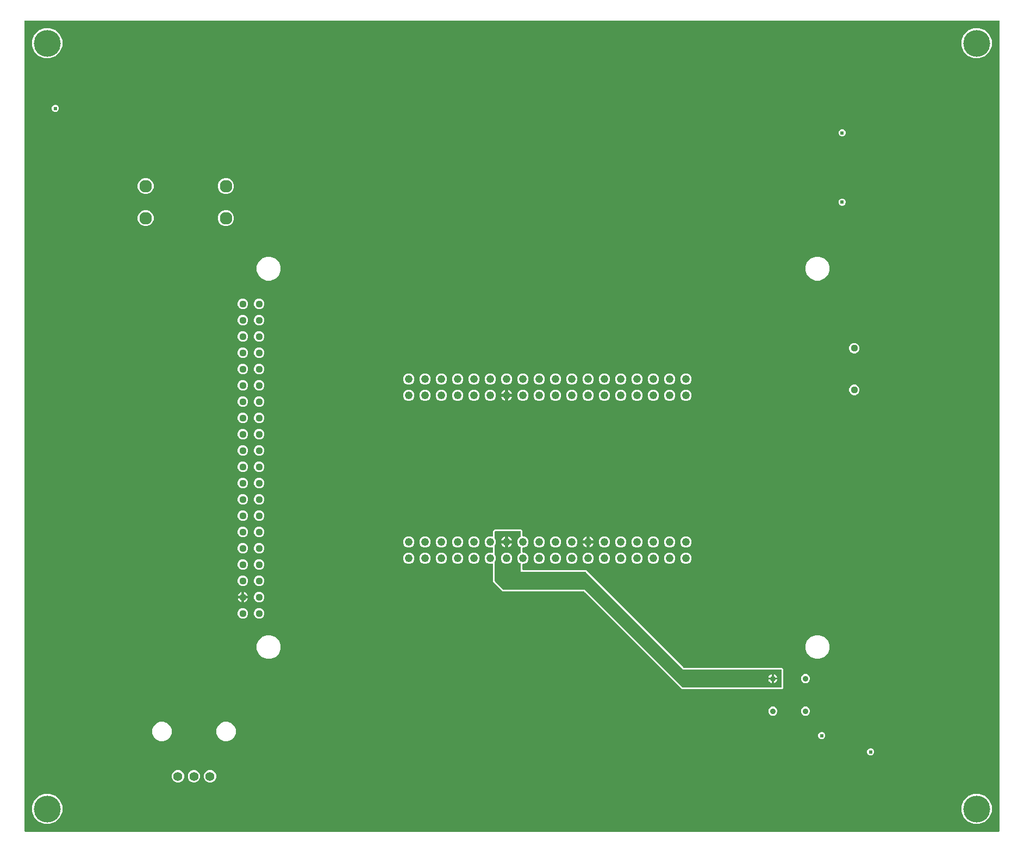
<source format=gbr>
G04 EAGLE Gerber RS-274X export*
G75*
%MOMM*%
%FSLAX34Y34*%
%LPD*%
%INCopper Layer 15*%
%IPPOS*%
%AMOC8*
5,1,8,0,0,1.08239X$1,22.5*%
G01*
%ADD10C,1.120000*%
%ADD11C,1.400000*%
%ADD12C,1.960000*%
%ADD13C,4.191000*%
%ADD14C,1.244600*%
%ADD15C,0.904800*%
%ADD16C,0.609600*%

G36*
X1520308Y2556D02*
X1520308Y2556D01*
X1520427Y2563D01*
X1520465Y2576D01*
X1520506Y2581D01*
X1520616Y2624D01*
X1520729Y2661D01*
X1520764Y2683D01*
X1520801Y2698D01*
X1520897Y2767D01*
X1520998Y2831D01*
X1521026Y2861D01*
X1521059Y2884D01*
X1521135Y2976D01*
X1521216Y3063D01*
X1521236Y3098D01*
X1521261Y3129D01*
X1521312Y3237D01*
X1521370Y3341D01*
X1521380Y3381D01*
X1521397Y3417D01*
X1521419Y3534D01*
X1521449Y3649D01*
X1521453Y3709D01*
X1521457Y3729D01*
X1521455Y3750D01*
X1521459Y3810D01*
X1521459Y1266190D01*
X1521444Y1266308D01*
X1521437Y1266427D01*
X1521424Y1266465D01*
X1521419Y1266506D01*
X1521376Y1266616D01*
X1521339Y1266729D01*
X1521317Y1266764D01*
X1521302Y1266801D01*
X1521233Y1266897D01*
X1521169Y1266998D01*
X1521139Y1267026D01*
X1521116Y1267059D01*
X1521024Y1267135D01*
X1520937Y1267216D01*
X1520902Y1267236D01*
X1520871Y1267261D01*
X1520763Y1267312D01*
X1520659Y1267370D01*
X1520619Y1267380D01*
X1520583Y1267397D01*
X1520466Y1267419D01*
X1520351Y1267449D01*
X1520291Y1267453D01*
X1520271Y1267457D01*
X1520250Y1267455D01*
X1520190Y1267459D01*
X3810Y1267459D01*
X3692Y1267444D01*
X3573Y1267437D01*
X3535Y1267424D01*
X3494Y1267419D01*
X3384Y1267376D01*
X3271Y1267339D01*
X3236Y1267317D01*
X3199Y1267302D01*
X3103Y1267233D01*
X3002Y1267169D01*
X2974Y1267139D01*
X2941Y1267116D01*
X2865Y1267024D01*
X2784Y1266937D01*
X2764Y1266902D01*
X2739Y1266871D01*
X2688Y1266763D01*
X2630Y1266659D01*
X2620Y1266619D01*
X2603Y1266583D01*
X2581Y1266466D01*
X2551Y1266351D01*
X2547Y1266291D01*
X2543Y1266271D01*
X2545Y1266250D01*
X2541Y1266190D01*
X2541Y3810D01*
X2556Y3692D01*
X2563Y3573D01*
X2576Y3535D01*
X2581Y3494D01*
X2624Y3384D01*
X2661Y3271D01*
X2683Y3236D01*
X2698Y3199D01*
X2767Y3103D01*
X2831Y3002D01*
X2861Y2974D01*
X2884Y2941D01*
X2976Y2865D01*
X3063Y2784D01*
X3098Y2764D01*
X3129Y2739D01*
X3237Y2688D01*
X3341Y2630D01*
X3381Y2620D01*
X3417Y2603D01*
X3534Y2581D01*
X3649Y2551D01*
X3709Y2547D01*
X3729Y2543D01*
X3750Y2545D01*
X3810Y2541D01*
X1520190Y2541D01*
X1520308Y2556D01*
G37*
%LPC*%
G36*
X1027122Y224789D02*
X1027122Y224789D01*
X875093Y376818D01*
X875015Y376878D01*
X874943Y376946D01*
X874890Y376975D01*
X874842Y377012D01*
X874751Y377052D01*
X874664Y377100D01*
X874606Y377115D01*
X874550Y377139D01*
X874452Y377154D01*
X874356Y377179D01*
X874256Y377185D01*
X874236Y377189D01*
X874224Y377187D01*
X874196Y377189D01*
X747722Y377189D01*
X732789Y392122D01*
X732789Y419474D01*
X732783Y419524D01*
X732785Y419573D01*
X732763Y419681D01*
X732749Y419790D01*
X732731Y419836D01*
X732721Y419885D01*
X732673Y419983D01*
X732632Y420085D01*
X732603Y420126D01*
X732581Y420170D01*
X732510Y420254D01*
X732446Y420343D01*
X732407Y420374D01*
X732375Y420412D01*
X732285Y420475D01*
X732201Y420546D01*
X732156Y420567D01*
X732115Y420595D01*
X732012Y420634D01*
X731913Y420681D01*
X731864Y420690D01*
X731818Y420708D01*
X731708Y420720D01*
X731601Y420741D01*
X731551Y420738D01*
X731502Y420743D01*
X731393Y420728D01*
X731283Y420721D01*
X731236Y420706D01*
X731187Y420699D01*
X731034Y420647D01*
X730043Y420236D01*
X726557Y420236D01*
X723336Y421570D01*
X720870Y424036D01*
X719536Y427257D01*
X719536Y430743D01*
X720870Y433964D01*
X723336Y436430D01*
X726557Y437764D01*
X730043Y437764D01*
X731034Y437353D01*
X731082Y437340D01*
X731127Y437319D01*
X731235Y437298D01*
X731341Y437269D01*
X731391Y437268D01*
X731440Y437259D01*
X731549Y437266D01*
X731659Y437264D01*
X731707Y437276D01*
X731757Y437279D01*
X731861Y437313D01*
X731968Y437338D01*
X732012Y437362D01*
X732059Y437377D01*
X732152Y437436D01*
X732249Y437487D01*
X732286Y437520D01*
X732328Y437547D01*
X732403Y437627D01*
X732485Y437701D01*
X732512Y437742D01*
X732546Y437779D01*
X732599Y437875D01*
X732659Y437967D01*
X732676Y438014D01*
X732700Y438057D01*
X732727Y438163D01*
X732763Y438267D01*
X732767Y438317D01*
X732779Y438365D01*
X732789Y438526D01*
X732789Y444874D01*
X732783Y444924D01*
X732785Y444973D01*
X732763Y445081D01*
X732749Y445190D01*
X732731Y445236D01*
X732721Y445285D01*
X732673Y445383D01*
X732632Y445485D01*
X732603Y445526D01*
X732581Y445570D01*
X732510Y445654D01*
X732446Y445743D01*
X732407Y445774D01*
X732375Y445812D01*
X732285Y445875D01*
X732201Y445946D01*
X732156Y445967D01*
X732115Y445995D01*
X732012Y446034D01*
X731913Y446081D01*
X731864Y446090D01*
X731818Y446108D01*
X731708Y446120D01*
X731601Y446141D01*
X731551Y446138D01*
X731502Y446143D01*
X731393Y446128D01*
X731283Y446121D01*
X731236Y446106D01*
X731187Y446099D01*
X731034Y446047D01*
X730043Y445636D01*
X726557Y445636D01*
X723336Y446970D01*
X720870Y449436D01*
X719536Y452657D01*
X719536Y456143D01*
X720870Y459364D01*
X723336Y461830D01*
X726557Y463164D01*
X730043Y463164D01*
X731034Y462753D01*
X731082Y462740D01*
X731127Y462719D01*
X731235Y462698D01*
X731341Y462669D01*
X731391Y462668D01*
X731440Y462659D01*
X731549Y462666D01*
X731659Y462664D01*
X731707Y462676D01*
X731757Y462679D01*
X731861Y462713D01*
X731968Y462738D01*
X732012Y462762D01*
X732059Y462777D01*
X732152Y462836D01*
X732249Y462887D01*
X732286Y462920D01*
X732328Y462947D01*
X732403Y463027D01*
X732485Y463101D01*
X732512Y463142D01*
X732546Y463179D01*
X732599Y463275D01*
X732659Y463367D01*
X732676Y463414D01*
X732700Y463457D01*
X732727Y463563D01*
X732763Y463667D01*
X732767Y463717D01*
X732779Y463765D01*
X732789Y463926D01*
X732789Y471478D01*
X735022Y473711D01*
X776278Y473711D01*
X778511Y471478D01*
X778511Y464433D01*
X778526Y464315D01*
X778533Y464196D01*
X778546Y464158D01*
X778551Y464117D01*
X778594Y464007D01*
X778631Y463894D01*
X778653Y463859D01*
X778668Y463822D01*
X778737Y463726D01*
X778801Y463625D01*
X778831Y463597D01*
X778854Y463564D01*
X778946Y463488D01*
X779033Y463407D01*
X779068Y463387D01*
X779099Y463362D01*
X779207Y463311D01*
X779311Y463253D01*
X779351Y463243D01*
X779387Y463226D01*
X779504Y463204D01*
X779619Y463174D01*
X779679Y463170D01*
X779699Y463166D01*
X779720Y463168D01*
X779780Y463164D01*
X780843Y463164D01*
X784064Y461830D01*
X786530Y459364D01*
X787864Y456143D01*
X787864Y452657D01*
X786530Y449436D01*
X784064Y446970D01*
X780843Y445636D01*
X779780Y445636D01*
X779662Y445621D01*
X779543Y445614D01*
X779505Y445601D01*
X779464Y445596D01*
X779354Y445553D01*
X779241Y445516D01*
X779206Y445494D01*
X779169Y445479D01*
X779073Y445410D01*
X778972Y445346D01*
X778944Y445316D01*
X778911Y445293D01*
X778835Y445201D01*
X778754Y445114D01*
X778734Y445079D01*
X778709Y445048D01*
X778658Y444940D01*
X778600Y444836D01*
X778590Y444796D01*
X778573Y444760D01*
X778551Y444643D01*
X778521Y444528D01*
X778517Y444468D01*
X778513Y444448D01*
X778515Y444427D01*
X778511Y444367D01*
X778511Y439033D01*
X778526Y438915D01*
X778533Y438796D01*
X778546Y438758D01*
X778551Y438717D01*
X778594Y438607D01*
X778631Y438494D01*
X778653Y438459D01*
X778668Y438422D01*
X778737Y438326D01*
X778801Y438225D01*
X778831Y438197D01*
X778854Y438164D01*
X778946Y438088D01*
X779033Y438007D01*
X779068Y437987D01*
X779099Y437962D01*
X779207Y437911D01*
X779311Y437853D01*
X779351Y437843D01*
X779387Y437826D01*
X779504Y437804D01*
X779619Y437774D01*
X779679Y437770D01*
X779699Y437766D01*
X779720Y437768D01*
X779780Y437764D01*
X780843Y437764D01*
X784064Y436430D01*
X786530Y433964D01*
X787864Y430743D01*
X787864Y427257D01*
X786530Y424036D01*
X784064Y421570D01*
X780843Y420236D01*
X779780Y420236D01*
X779662Y420221D01*
X779543Y420214D01*
X779505Y420201D01*
X779464Y420196D01*
X779354Y420153D01*
X779241Y420116D01*
X779206Y420094D01*
X779169Y420079D01*
X779073Y420010D01*
X778972Y419946D01*
X778944Y419916D01*
X778911Y419893D01*
X778835Y419801D01*
X778754Y419714D01*
X778734Y419679D01*
X778709Y419648D01*
X778658Y419540D01*
X778600Y419436D01*
X778590Y419396D01*
X778573Y419360D01*
X778551Y419243D01*
X778521Y419128D01*
X778517Y419068D01*
X778513Y419048D01*
X778515Y419027D01*
X778511Y418967D01*
X778511Y411480D01*
X778526Y411362D01*
X778533Y411243D01*
X778546Y411205D01*
X778551Y411164D01*
X778594Y411054D01*
X778631Y410941D01*
X778653Y410906D01*
X778668Y410869D01*
X778737Y410773D01*
X778801Y410672D01*
X778831Y410644D01*
X778854Y410611D01*
X778946Y410535D01*
X779033Y410454D01*
X779068Y410434D01*
X779099Y410409D01*
X779207Y410358D01*
X779311Y410300D01*
X779351Y410290D01*
X779387Y410273D01*
X779504Y410251D01*
X779619Y410221D01*
X779679Y410217D01*
X779699Y410213D01*
X779720Y410215D01*
X779780Y410211D01*
X877878Y410211D01*
X1029907Y258182D01*
X1029985Y258122D01*
X1030057Y258054D01*
X1030110Y258025D01*
X1030158Y257988D01*
X1030249Y257948D01*
X1030336Y257900D01*
X1030394Y257885D01*
X1030450Y257861D01*
X1030548Y257846D01*
X1030644Y257821D01*
X1030744Y257815D01*
X1030764Y257811D01*
X1030776Y257813D01*
X1030804Y257811D01*
X1182678Y257811D01*
X1184911Y255578D01*
X1184911Y227022D01*
X1182678Y224789D01*
X1027122Y224789D01*
G37*
%LPD*%
G36*
X1181218Y227346D02*
X1181218Y227346D01*
X1181337Y227353D01*
X1181375Y227366D01*
X1181416Y227371D01*
X1181526Y227414D01*
X1181639Y227451D01*
X1181674Y227473D01*
X1181711Y227488D01*
X1181807Y227558D01*
X1181908Y227621D01*
X1181936Y227651D01*
X1181969Y227674D01*
X1182045Y227766D01*
X1182126Y227853D01*
X1182146Y227888D01*
X1182171Y227919D01*
X1182222Y228027D01*
X1182280Y228131D01*
X1182290Y228171D01*
X1182307Y228207D01*
X1182329Y228324D01*
X1182359Y228439D01*
X1182363Y228500D01*
X1182367Y228520D01*
X1182365Y228540D01*
X1182369Y228600D01*
X1182369Y254000D01*
X1182354Y254118D01*
X1182347Y254237D01*
X1182334Y254275D01*
X1182329Y254316D01*
X1182286Y254426D01*
X1182249Y254539D01*
X1182227Y254574D01*
X1182212Y254611D01*
X1182143Y254707D01*
X1182079Y254808D01*
X1182049Y254836D01*
X1182026Y254869D01*
X1181934Y254945D01*
X1181847Y255026D01*
X1181812Y255046D01*
X1181781Y255071D01*
X1181673Y255122D01*
X1181569Y255180D01*
X1181529Y255190D01*
X1181493Y255207D01*
X1181376Y255229D01*
X1181261Y255259D01*
X1181201Y255263D01*
X1181181Y255267D01*
X1181160Y255265D01*
X1181100Y255269D01*
X1029226Y255269D01*
X877198Y407298D01*
X877119Y407358D01*
X877047Y407426D01*
X876994Y407455D01*
X876946Y407492D01*
X876855Y407532D01*
X876769Y407580D01*
X876710Y407595D01*
X876654Y407619D01*
X876556Y407634D01*
X876461Y407659D01*
X876361Y407665D01*
X876340Y407669D01*
X876328Y407667D01*
X876300Y407669D01*
X775969Y407669D01*
X775969Y419963D01*
X775966Y419992D01*
X775968Y420022D01*
X775946Y420150D01*
X775929Y420278D01*
X775919Y420306D01*
X775914Y420335D01*
X775860Y420454D01*
X775812Y420574D01*
X775795Y420598D01*
X775783Y420625D01*
X775702Y420726D01*
X775626Y420831D01*
X775603Y420850D01*
X775584Y420873D01*
X775481Y420951D01*
X775381Y421034D01*
X775354Y421047D01*
X775330Y421065D01*
X775186Y421136D01*
X774136Y421570D01*
X771670Y424036D01*
X770336Y427257D01*
X770336Y430743D01*
X771670Y433964D01*
X774136Y436430D01*
X775186Y436864D01*
X775211Y436879D01*
X775239Y436888D01*
X775272Y436909D01*
X775285Y436914D01*
X775320Y436939D01*
X775349Y436958D01*
X775462Y437022D01*
X775483Y437043D01*
X775508Y437058D01*
X775597Y437153D01*
X775690Y437243D01*
X775706Y437268D01*
X775726Y437290D01*
X775789Y437404D01*
X775857Y437514D01*
X775865Y437543D01*
X775880Y437568D01*
X775912Y437694D01*
X775950Y437818D01*
X775952Y437848D01*
X775959Y437876D01*
X775969Y438037D01*
X775969Y445363D01*
X775966Y445392D01*
X775968Y445422D01*
X775946Y445550D01*
X775929Y445678D01*
X775919Y445706D01*
X775914Y445735D01*
X775860Y445854D01*
X775812Y445974D01*
X775795Y445998D01*
X775783Y446025D01*
X775702Y446126D01*
X775626Y446231D01*
X775603Y446250D01*
X775584Y446273D01*
X775481Y446351D01*
X775381Y446434D01*
X775354Y446447D01*
X775330Y446465D01*
X775186Y446536D01*
X774136Y446970D01*
X771670Y449436D01*
X770336Y452657D01*
X770336Y456143D01*
X771670Y459364D01*
X774136Y461830D01*
X775186Y462264D01*
X775211Y462279D01*
X775239Y462288D01*
X775349Y462358D01*
X775462Y462422D01*
X775483Y462443D01*
X775508Y462458D01*
X775597Y462553D01*
X775690Y462643D01*
X775706Y462668D01*
X775726Y462690D01*
X775789Y462804D01*
X775857Y462914D01*
X775865Y462943D01*
X775880Y462968D01*
X775912Y463094D01*
X775950Y463218D01*
X775952Y463248D01*
X775959Y463276D01*
X775969Y463437D01*
X775969Y469900D01*
X775954Y470018D01*
X775947Y470137D01*
X775934Y470175D01*
X775929Y470216D01*
X775886Y470326D01*
X775849Y470439D01*
X775827Y470474D01*
X775812Y470511D01*
X775743Y470607D01*
X775679Y470708D01*
X775649Y470736D01*
X775626Y470769D01*
X775534Y470845D01*
X775447Y470926D01*
X775412Y470946D01*
X775381Y470971D01*
X775273Y471022D01*
X775169Y471080D01*
X775129Y471090D01*
X775093Y471107D01*
X774976Y471129D01*
X774861Y471159D01*
X774801Y471163D01*
X774781Y471167D01*
X774760Y471165D01*
X774700Y471169D01*
X736600Y471169D01*
X736482Y471154D01*
X736363Y471147D01*
X736325Y471134D01*
X736284Y471129D01*
X736174Y471086D01*
X736061Y471049D01*
X736026Y471027D01*
X735989Y471012D01*
X735893Y470943D01*
X735792Y470879D01*
X735764Y470849D01*
X735731Y470826D01*
X735656Y470734D01*
X735574Y470647D01*
X735554Y470612D01*
X735529Y470581D01*
X735478Y470473D01*
X735420Y470369D01*
X735410Y470329D01*
X735393Y470293D01*
X735371Y470176D01*
X735341Y470061D01*
X735337Y470001D01*
X735333Y469981D01*
X735335Y469960D01*
X735331Y469900D01*
X735331Y460289D01*
X735343Y460191D01*
X735346Y460092D01*
X735363Y460033D01*
X735371Y459973D01*
X735407Y459881D01*
X735435Y459786D01*
X735465Y459734D01*
X735488Y459678D01*
X735546Y459598D01*
X735596Y459512D01*
X735662Y459437D01*
X735674Y459420D01*
X735684Y459412D01*
X735703Y459391D01*
X735730Y459364D01*
X737064Y456143D01*
X737064Y452657D01*
X735730Y449436D01*
X735703Y449409D01*
X735642Y449330D01*
X735574Y449258D01*
X735545Y449205D01*
X735508Y449157D01*
X735468Y449066D01*
X735420Y448980D01*
X735405Y448921D01*
X735381Y448866D01*
X735366Y448768D01*
X735341Y448672D01*
X735335Y448572D01*
X735331Y448552D01*
X735333Y448539D01*
X735331Y448511D01*
X735331Y434889D01*
X735343Y434791D01*
X735346Y434692D01*
X735363Y434633D01*
X735371Y434573D01*
X735407Y434481D01*
X735435Y434386D01*
X735465Y434334D01*
X735488Y434278D01*
X735546Y434198D01*
X735596Y434112D01*
X735662Y434037D01*
X735674Y434020D01*
X735684Y434012D01*
X735703Y433991D01*
X735730Y433964D01*
X737064Y430743D01*
X737064Y427257D01*
X735730Y424036D01*
X735703Y424009D01*
X735642Y423930D01*
X735574Y423858D01*
X735545Y423805D01*
X735508Y423757D01*
X735468Y423666D01*
X735420Y423580D01*
X735405Y423521D01*
X735381Y423466D01*
X735366Y423368D01*
X735341Y423272D01*
X735335Y423172D01*
X735331Y423152D01*
X735333Y423139D01*
X735331Y423111D01*
X735331Y393700D01*
X735343Y393602D01*
X735346Y393503D01*
X735363Y393445D01*
X735371Y393384D01*
X735407Y393292D01*
X735435Y393197D01*
X735465Y393145D01*
X735488Y393089D01*
X735546Y393009D01*
X735596Y392923D01*
X735662Y392848D01*
X735674Y392831D01*
X735684Y392824D01*
X735703Y392803D01*
X748403Y380103D01*
X748481Y380042D01*
X748553Y379974D01*
X748606Y379945D01*
X748654Y379908D01*
X748745Y379868D01*
X748831Y379820D01*
X748890Y379805D01*
X748946Y379781D01*
X749044Y379766D01*
X749139Y379741D01*
X749239Y379735D01*
X749260Y379731D01*
X749272Y379733D01*
X749300Y379731D01*
X875774Y379731D01*
X1027803Y227703D01*
X1027881Y227642D01*
X1027953Y227574D01*
X1028006Y227545D01*
X1028054Y227508D01*
X1028145Y227468D01*
X1028231Y227420D01*
X1028290Y227405D01*
X1028346Y227381D01*
X1028444Y227366D01*
X1028539Y227341D01*
X1028639Y227335D01*
X1028660Y227331D01*
X1028672Y227333D01*
X1028700Y227331D01*
X1181100Y227331D01*
X1181218Y227346D01*
G37*
%LPC*%
G36*
X33426Y1208404D02*
X33426Y1208404D01*
X24791Y1211981D01*
X18181Y1218591D01*
X14604Y1227226D01*
X14604Y1236574D01*
X18181Y1245209D01*
X24791Y1251819D01*
X33426Y1255396D01*
X42774Y1255396D01*
X51409Y1251819D01*
X58019Y1245209D01*
X61596Y1236574D01*
X61596Y1227226D01*
X58019Y1218591D01*
X51409Y1211981D01*
X42774Y1208404D01*
X33426Y1208404D01*
G37*
%LPD*%
%LPC*%
G36*
X1481226Y1208404D02*
X1481226Y1208404D01*
X1472591Y1211981D01*
X1465981Y1218591D01*
X1462404Y1227226D01*
X1462404Y1236574D01*
X1465981Y1245209D01*
X1472591Y1251819D01*
X1481226Y1255396D01*
X1490574Y1255396D01*
X1499209Y1251819D01*
X1505819Y1245209D01*
X1509396Y1236574D01*
X1509396Y1227226D01*
X1505819Y1218591D01*
X1499209Y1211981D01*
X1490574Y1208404D01*
X1481226Y1208404D01*
G37*
%LPD*%
%LPC*%
G36*
X1481226Y14604D02*
X1481226Y14604D01*
X1472591Y18181D01*
X1465981Y24791D01*
X1462404Y33426D01*
X1462404Y42774D01*
X1465981Y51409D01*
X1472591Y58019D01*
X1481226Y61596D01*
X1490574Y61596D01*
X1499209Y58019D01*
X1505819Y51409D01*
X1509396Y42774D01*
X1509396Y33426D01*
X1505819Y24791D01*
X1499209Y18181D01*
X1490574Y14604D01*
X1481226Y14604D01*
G37*
%LPD*%
%LPC*%
G36*
X33426Y14604D02*
X33426Y14604D01*
X24791Y18181D01*
X18181Y24791D01*
X14604Y33426D01*
X14604Y42774D01*
X18181Y51409D01*
X24791Y58019D01*
X33426Y61596D01*
X42774Y61596D01*
X51409Y58019D01*
X58019Y51409D01*
X61596Y42774D01*
X61596Y33426D01*
X58019Y24791D01*
X51409Y18181D01*
X42774Y14604D01*
X33426Y14604D01*
G37*
%LPD*%
%LPC*%
G36*
X1234212Y861959D02*
X1234212Y861959D01*
X1227398Y864782D01*
X1222182Y869998D01*
X1219359Y876812D01*
X1219359Y884188D01*
X1222182Y891002D01*
X1227398Y896218D01*
X1234212Y899041D01*
X1241588Y899041D01*
X1248402Y896218D01*
X1253618Y891002D01*
X1256441Y884188D01*
X1256441Y876812D01*
X1253618Y869998D01*
X1248402Y864782D01*
X1241588Y861959D01*
X1234212Y861959D01*
G37*
%LPD*%
%LPC*%
G36*
X379212Y861959D02*
X379212Y861959D01*
X372398Y864782D01*
X367182Y869998D01*
X364359Y876812D01*
X364359Y884188D01*
X367182Y891002D01*
X372398Y896218D01*
X379212Y899041D01*
X386588Y899041D01*
X393402Y896218D01*
X398618Y891002D01*
X401441Y884188D01*
X401441Y876812D01*
X398618Y869998D01*
X393402Y864782D01*
X386588Y861959D01*
X379212Y861959D01*
G37*
%LPD*%
%LPC*%
G36*
X1234212Y271959D02*
X1234212Y271959D01*
X1227398Y274782D01*
X1222182Y279998D01*
X1219359Y286812D01*
X1219359Y294188D01*
X1222182Y301002D01*
X1227398Y306218D01*
X1234212Y309041D01*
X1241588Y309041D01*
X1248402Y306218D01*
X1253618Y301002D01*
X1256441Y294188D01*
X1256441Y286812D01*
X1253618Y279998D01*
X1248402Y274782D01*
X1241588Y271959D01*
X1234212Y271959D01*
G37*
%LPD*%
%LPC*%
G36*
X379212Y271959D02*
X379212Y271959D01*
X372398Y274782D01*
X367182Y279998D01*
X364359Y286812D01*
X364359Y294188D01*
X367182Y301002D01*
X372398Y306218D01*
X379212Y309041D01*
X386588Y309041D01*
X393402Y306218D01*
X398618Y301002D01*
X401441Y294188D01*
X401441Y286812D01*
X398618Y279998D01*
X393402Y274782D01*
X386588Y271959D01*
X379212Y271959D01*
G37*
%LPD*%
%LPC*%
G36*
X213708Y143859D02*
X213708Y143859D01*
X208180Y146149D01*
X203949Y150380D01*
X201659Y155908D01*
X201659Y161892D01*
X203949Y167420D01*
X208180Y171651D01*
X213708Y173941D01*
X219692Y173941D01*
X225220Y171651D01*
X229451Y167420D01*
X231741Y161892D01*
X231741Y155908D01*
X229451Y150380D01*
X225220Y146149D01*
X219692Y143859D01*
X213708Y143859D01*
G37*
%LPD*%
%LPC*%
G36*
X313708Y143859D02*
X313708Y143859D01*
X308180Y146149D01*
X303949Y150380D01*
X301659Y155908D01*
X301659Y161892D01*
X303949Y167420D01*
X308180Y171651D01*
X313708Y173941D01*
X319692Y173941D01*
X325220Y171651D01*
X329451Y167420D01*
X331741Y161892D01*
X331741Y155908D01*
X329451Y150380D01*
X325220Y146149D01*
X319692Y143859D01*
X313708Y143859D01*
G37*
%LPD*%
%LPC*%
G36*
X314045Y996909D02*
X314045Y996909D01*
X309510Y998788D01*
X306038Y1002260D01*
X304159Y1006795D01*
X304159Y1011705D01*
X306038Y1016240D01*
X309510Y1019712D01*
X314045Y1021591D01*
X318955Y1021591D01*
X323490Y1019712D01*
X326962Y1016240D01*
X328841Y1011705D01*
X328841Y1006795D01*
X326962Y1002260D01*
X323490Y998788D01*
X318955Y996909D01*
X314045Y996909D01*
G37*
%LPD*%
%LPC*%
G36*
X189045Y996909D02*
X189045Y996909D01*
X184510Y998788D01*
X181038Y1002260D01*
X179159Y1006795D01*
X179159Y1011705D01*
X181038Y1016240D01*
X184510Y1019712D01*
X189045Y1021591D01*
X193955Y1021591D01*
X198490Y1019712D01*
X201962Y1016240D01*
X203841Y1011705D01*
X203841Y1006795D01*
X201962Y1002260D01*
X198490Y998788D01*
X193955Y996909D01*
X189045Y996909D01*
G37*
%LPD*%
%LPC*%
G36*
X314045Y946909D02*
X314045Y946909D01*
X309510Y948788D01*
X306038Y952260D01*
X304159Y956795D01*
X304159Y961705D01*
X306038Y966240D01*
X309510Y969712D01*
X314045Y971591D01*
X318955Y971591D01*
X323490Y969712D01*
X326962Y966240D01*
X328841Y961705D01*
X328841Y956795D01*
X326962Y952260D01*
X323490Y948788D01*
X318955Y946909D01*
X314045Y946909D01*
G37*
%LPD*%
%LPC*%
G36*
X189045Y946909D02*
X189045Y946909D01*
X184510Y948788D01*
X181038Y952260D01*
X179159Y956795D01*
X179159Y961705D01*
X181038Y966240D01*
X184510Y969712D01*
X189045Y971591D01*
X193955Y971591D01*
X198490Y969712D01*
X201962Y966240D01*
X203841Y961705D01*
X203841Y956795D01*
X201962Y952260D01*
X198490Y948788D01*
X193955Y946909D01*
X189045Y946909D01*
G37*
%LPD*%
%LPC*%
G36*
X239802Y79359D02*
X239802Y79359D01*
X236296Y80812D01*
X233612Y83496D01*
X232159Y87002D01*
X232159Y90798D01*
X233612Y94304D01*
X236296Y96988D01*
X239802Y98441D01*
X243598Y98441D01*
X247104Y96988D01*
X249788Y94304D01*
X251241Y90798D01*
X251241Y87002D01*
X249788Y83496D01*
X247104Y80812D01*
X243598Y79359D01*
X239802Y79359D01*
G37*
%LPD*%
%LPC*%
G36*
X264802Y79359D02*
X264802Y79359D01*
X261296Y80812D01*
X258612Y83496D01*
X257159Y87002D01*
X257159Y90798D01*
X258612Y94304D01*
X261296Y96988D01*
X264802Y98441D01*
X268598Y98441D01*
X272104Y96988D01*
X274788Y94304D01*
X276241Y90798D01*
X276241Y87002D01*
X274788Y83496D01*
X272104Y80812D01*
X268598Y79359D01*
X264802Y79359D01*
G37*
%LPD*%
%LPC*%
G36*
X289802Y79359D02*
X289802Y79359D01*
X286296Y80812D01*
X283612Y83496D01*
X282159Y87002D01*
X282159Y90798D01*
X283612Y94304D01*
X286296Y96988D01*
X289802Y98441D01*
X293598Y98441D01*
X297104Y96988D01*
X299788Y94304D01*
X301241Y90798D01*
X301241Y87002D01*
X299788Y83496D01*
X297104Y80812D01*
X293598Y79359D01*
X289802Y79359D01*
G37*
%LPD*%
%LPC*%
G36*
X624957Y445636D02*
X624957Y445636D01*
X621736Y446970D01*
X619270Y449436D01*
X617936Y452657D01*
X617936Y456143D01*
X619270Y459364D01*
X621736Y461830D01*
X624957Y463164D01*
X628443Y463164D01*
X631664Y461830D01*
X634130Y459364D01*
X635464Y456143D01*
X635464Y452657D01*
X634130Y449436D01*
X631664Y446970D01*
X628443Y445636D01*
X624957Y445636D01*
G37*
%LPD*%
%LPC*%
G36*
X1031357Y445636D02*
X1031357Y445636D01*
X1028136Y446970D01*
X1025670Y449436D01*
X1024336Y452657D01*
X1024336Y456143D01*
X1025670Y459364D01*
X1028136Y461830D01*
X1031357Y463164D01*
X1034843Y463164D01*
X1038064Y461830D01*
X1040530Y459364D01*
X1041864Y456143D01*
X1041864Y452657D01*
X1040530Y449436D01*
X1038064Y446970D01*
X1034843Y445636D01*
X1031357Y445636D01*
G37*
%LPD*%
%LPC*%
G36*
X1005957Y445636D02*
X1005957Y445636D01*
X1002736Y446970D01*
X1000270Y449436D01*
X998936Y452657D01*
X998936Y456143D01*
X1000270Y459364D01*
X1002736Y461830D01*
X1005957Y463164D01*
X1009443Y463164D01*
X1012664Y461830D01*
X1015130Y459364D01*
X1016464Y456143D01*
X1016464Y452657D01*
X1015130Y449436D01*
X1012664Y446970D01*
X1009443Y445636D01*
X1005957Y445636D01*
G37*
%LPD*%
%LPC*%
G36*
X675757Y445636D02*
X675757Y445636D01*
X672536Y446970D01*
X670070Y449436D01*
X668736Y452657D01*
X668736Y456143D01*
X670070Y459364D01*
X672536Y461830D01*
X675757Y463164D01*
X679243Y463164D01*
X682464Y461830D01*
X684930Y459364D01*
X686264Y456143D01*
X686264Y452657D01*
X684930Y449436D01*
X682464Y446970D01*
X679243Y445636D01*
X675757Y445636D01*
G37*
%LPD*%
%LPC*%
G36*
X701157Y445636D02*
X701157Y445636D01*
X697936Y446970D01*
X695470Y449436D01*
X694136Y452657D01*
X694136Y456143D01*
X695470Y459364D01*
X697936Y461830D01*
X701157Y463164D01*
X704643Y463164D01*
X707864Y461830D01*
X710330Y459364D01*
X711664Y456143D01*
X711664Y452657D01*
X710330Y449436D01*
X707864Y446970D01*
X704643Y445636D01*
X701157Y445636D01*
G37*
%LPD*%
%LPC*%
G36*
X802757Y445636D02*
X802757Y445636D01*
X799536Y446970D01*
X797070Y449436D01*
X795736Y452657D01*
X795736Y456143D01*
X797070Y459364D01*
X799536Y461830D01*
X802757Y463164D01*
X806243Y463164D01*
X809464Y461830D01*
X811930Y459364D01*
X813264Y456143D01*
X813264Y452657D01*
X811930Y449436D01*
X809464Y446970D01*
X806243Y445636D01*
X802757Y445636D01*
G37*
%LPD*%
%LPC*%
G36*
X751957Y420236D02*
X751957Y420236D01*
X748736Y421570D01*
X746270Y424036D01*
X744936Y427257D01*
X744936Y430743D01*
X746270Y433964D01*
X748736Y436430D01*
X751957Y437764D01*
X755443Y437764D01*
X758664Y436430D01*
X761130Y433964D01*
X762464Y430743D01*
X762464Y427257D01*
X761130Y424036D01*
X758664Y421570D01*
X755443Y420236D01*
X751957Y420236D01*
G37*
%LPD*%
%LPC*%
G36*
X1005957Y420236D02*
X1005957Y420236D01*
X1002736Y421570D01*
X1000270Y424036D01*
X998936Y427257D01*
X998936Y430743D01*
X1000270Y433964D01*
X1002736Y436430D01*
X1005957Y437764D01*
X1009443Y437764D01*
X1012664Y436430D01*
X1015130Y433964D01*
X1016464Y430743D01*
X1016464Y427257D01*
X1015130Y424036D01*
X1012664Y421570D01*
X1009443Y420236D01*
X1005957Y420236D01*
G37*
%LPD*%
%LPC*%
G36*
X1031357Y420236D02*
X1031357Y420236D01*
X1028136Y421570D01*
X1025670Y424036D01*
X1024336Y427257D01*
X1024336Y430743D01*
X1025670Y433964D01*
X1028136Y436430D01*
X1031357Y437764D01*
X1034843Y437764D01*
X1038064Y436430D01*
X1040530Y433964D01*
X1041864Y430743D01*
X1041864Y427257D01*
X1040530Y424036D01*
X1038064Y421570D01*
X1034843Y420236D01*
X1031357Y420236D01*
G37*
%LPD*%
%LPC*%
G36*
X980557Y420236D02*
X980557Y420236D01*
X977336Y421570D01*
X974870Y424036D01*
X973536Y427257D01*
X973536Y430743D01*
X974870Y433964D01*
X977336Y436430D01*
X980557Y437764D01*
X984043Y437764D01*
X987264Y436430D01*
X989730Y433964D01*
X991064Y430743D01*
X991064Y427257D01*
X989730Y424036D01*
X987264Y421570D01*
X984043Y420236D01*
X980557Y420236D01*
G37*
%LPD*%
%LPC*%
G36*
X675757Y699636D02*
X675757Y699636D01*
X672536Y700970D01*
X670070Y703436D01*
X668736Y706657D01*
X668736Y710143D01*
X670070Y713364D01*
X672536Y715830D01*
X675757Y717164D01*
X679243Y717164D01*
X682464Y715830D01*
X684930Y713364D01*
X686264Y710143D01*
X686264Y706657D01*
X684930Y703436D01*
X682464Y700970D01*
X679243Y699636D01*
X675757Y699636D01*
G37*
%LPD*%
%LPC*%
G36*
X955157Y420236D02*
X955157Y420236D01*
X951936Y421570D01*
X949470Y424036D01*
X948136Y427257D01*
X948136Y430743D01*
X949470Y433964D01*
X951936Y436430D01*
X955157Y437764D01*
X958643Y437764D01*
X961864Y436430D01*
X964330Y433964D01*
X965664Y430743D01*
X965664Y427257D01*
X964330Y424036D01*
X961864Y421570D01*
X958643Y420236D01*
X955157Y420236D01*
G37*
%LPD*%
%LPC*%
G36*
X929757Y420236D02*
X929757Y420236D01*
X926536Y421570D01*
X924070Y424036D01*
X922736Y427257D01*
X922736Y430743D01*
X924070Y433964D01*
X926536Y436430D01*
X929757Y437764D01*
X933243Y437764D01*
X936464Y436430D01*
X938930Y433964D01*
X940264Y430743D01*
X940264Y427257D01*
X938930Y424036D01*
X936464Y421570D01*
X933243Y420236D01*
X929757Y420236D01*
G37*
%LPD*%
%LPC*%
G36*
X878957Y420236D02*
X878957Y420236D01*
X875736Y421570D01*
X873270Y424036D01*
X871936Y427257D01*
X871936Y430743D01*
X873270Y433964D01*
X875736Y436430D01*
X878957Y437764D01*
X882443Y437764D01*
X885664Y436430D01*
X888130Y433964D01*
X889464Y430743D01*
X889464Y427257D01*
X888130Y424036D01*
X885664Y421570D01*
X882443Y420236D01*
X878957Y420236D01*
G37*
%LPD*%
%LPC*%
G36*
X599557Y699636D02*
X599557Y699636D01*
X596336Y700970D01*
X593870Y703436D01*
X592536Y706657D01*
X592536Y710143D01*
X593870Y713364D01*
X596336Y715830D01*
X599557Y717164D01*
X603043Y717164D01*
X606264Y715830D01*
X608730Y713364D01*
X610064Y710143D01*
X610064Y706657D01*
X608730Y703436D01*
X606264Y700970D01*
X603043Y699636D01*
X599557Y699636D01*
G37*
%LPD*%
%LPC*%
G36*
X1031357Y699636D02*
X1031357Y699636D01*
X1028136Y700970D01*
X1025670Y703436D01*
X1024336Y706657D01*
X1024336Y710143D01*
X1025670Y713364D01*
X1028136Y715830D01*
X1031357Y717164D01*
X1034843Y717164D01*
X1038064Y715830D01*
X1040530Y713364D01*
X1041864Y710143D01*
X1041864Y706657D01*
X1040530Y703436D01*
X1038064Y700970D01*
X1034843Y699636D01*
X1031357Y699636D01*
G37*
%LPD*%
%LPC*%
G36*
X904357Y699636D02*
X904357Y699636D01*
X901136Y700970D01*
X898670Y703436D01*
X897336Y706657D01*
X897336Y710143D01*
X898670Y713364D01*
X901136Y715830D01*
X904357Y717164D01*
X907843Y717164D01*
X911064Y715830D01*
X913530Y713364D01*
X914864Y710143D01*
X914864Y706657D01*
X913530Y703436D01*
X911064Y700970D01*
X907843Y699636D01*
X904357Y699636D01*
G37*
%LPD*%
%LPC*%
G36*
X980557Y699636D02*
X980557Y699636D01*
X977336Y700970D01*
X974870Y703436D01*
X973536Y706657D01*
X973536Y710143D01*
X974870Y713364D01*
X977336Y715830D01*
X980557Y717164D01*
X984043Y717164D01*
X987264Y715830D01*
X989730Y713364D01*
X991064Y710143D01*
X991064Y706657D01*
X989730Y703436D01*
X987264Y700970D01*
X984043Y699636D01*
X980557Y699636D01*
G37*
%LPD*%
%LPC*%
G36*
X929757Y699636D02*
X929757Y699636D01*
X926536Y700970D01*
X924070Y703436D01*
X922736Y706657D01*
X922736Y710143D01*
X924070Y713364D01*
X926536Y715830D01*
X929757Y717164D01*
X933243Y717164D01*
X936464Y715830D01*
X938930Y713364D01*
X940264Y710143D01*
X940264Y706657D01*
X938930Y703436D01*
X936464Y700970D01*
X933243Y699636D01*
X929757Y699636D01*
G37*
%LPD*%
%LPC*%
G36*
X726557Y699636D02*
X726557Y699636D01*
X723336Y700970D01*
X720870Y703436D01*
X719536Y706657D01*
X719536Y710143D01*
X720870Y713364D01*
X723336Y715830D01*
X726557Y717164D01*
X730043Y717164D01*
X733264Y715830D01*
X735730Y713364D01*
X737064Y710143D01*
X737064Y706657D01*
X735730Y703436D01*
X733264Y700970D01*
X730043Y699636D01*
X726557Y699636D01*
G37*
%LPD*%
%LPC*%
G36*
X751957Y699636D02*
X751957Y699636D01*
X748736Y700970D01*
X746270Y703436D01*
X744936Y706657D01*
X744936Y710143D01*
X746270Y713364D01*
X748736Y715830D01*
X751957Y717164D01*
X755443Y717164D01*
X758664Y715830D01*
X761130Y713364D01*
X762464Y710143D01*
X762464Y706657D01*
X761130Y703436D01*
X758664Y700970D01*
X755443Y699636D01*
X751957Y699636D01*
G37*
%LPD*%
%LPC*%
G36*
X777357Y699636D02*
X777357Y699636D01*
X774136Y700970D01*
X771670Y703436D01*
X770336Y706657D01*
X770336Y710143D01*
X771670Y713364D01*
X774136Y715830D01*
X777357Y717164D01*
X780843Y717164D01*
X784064Y715830D01*
X786530Y713364D01*
X787864Y710143D01*
X787864Y706657D01*
X786530Y703436D01*
X784064Y700970D01*
X780843Y699636D01*
X777357Y699636D01*
G37*
%LPD*%
%LPC*%
G36*
X802757Y699636D02*
X802757Y699636D01*
X799536Y700970D01*
X797070Y703436D01*
X795736Y706657D01*
X795736Y710143D01*
X797070Y713364D01*
X799536Y715830D01*
X802757Y717164D01*
X806243Y717164D01*
X809464Y715830D01*
X811930Y713364D01*
X813264Y710143D01*
X813264Y706657D01*
X811930Y703436D01*
X809464Y700970D01*
X806243Y699636D01*
X802757Y699636D01*
G37*
%LPD*%
%LPC*%
G36*
X828157Y699636D02*
X828157Y699636D01*
X824936Y700970D01*
X822470Y703436D01*
X821136Y706657D01*
X821136Y710143D01*
X822470Y713364D01*
X824936Y715830D01*
X828157Y717164D01*
X831643Y717164D01*
X834864Y715830D01*
X837330Y713364D01*
X838664Y710143D01*
X838664Y706657D01*
X837330Y703436D01*
X834864Y700970D01*
X831643Y699636D01*
X828157Y699636D01*
G37*
%LPD*%
%LPC*%
G36*
X853557Y699636D02*
X853557Y699636D01*
X850336Y700970D01*
X847870Y703436D01*
X846536Y706657D01*
X846536Y710143D01*
X847870Y713364D01*
X850336Y715830D01*
X853557Y717164D01*
X857043Y717164D01*
X860264Y715830D01*
X862730Y713364D01*
X864064Y710143D01*
X864064Y706657D01*
X862730Y703436D01*
X860264Y700970D01*
X857043Y699636D01*
X853557Y699636D01*
G37*
%LPD*%
%LPC*%
G36*
X955157Y699636D02*
X955157Y699636D01*
X951936Y700970D01*
X949470Y703436D01*
X948136Y706657D01*
X948136Y710143D01*
X949470Y713364D01*
X951936Y715830D01*
X955157Y717164D01*
X958643Y717164D01*
X961864Y715830D01*
X964330Y713364D01*
X965664Y710143D01*
X965664Y706657D01*
X964330Y703436D01*
X961864Y700970D01*
X958643Y699636D01*
X955157Y699636D01*
G37*
%LPD*%
%LPC*%
G36*
X878957Y699636D02*
X878957Y699636D01*
X875736Y700970D01*
X873270Y703436D01*
X871936Y706657D01*
X871936Y710143D01*
X873270Y713364D01*
X875736Y715830D01*
X878957Y717164D01*
X882443Y717164D01*
X885664Y715830D01*
X888130Y713364D01*
X889464Y710143D01*
X889464Y706657D01*
X888130Y703436D01*
X885664Y700970D01*
X882443Y699636D01*
X878957Y699636D01*
G37*
%LPD*%
%LPC*%
G36*
X1005957Y699636D02*
X1005957Y699636D01*
X1002736Y700970D01*
X1000270Y703436D01*
X998936Y706657D01*
X998936Y710143D01*
X1000270Y713364D01*
X1002736Y715830D01*
X1005957Y717164D01*
X1009443Y717164D01*
X1012664Y715830D01*
X1015130Y713364D01*
X1016464Y710143D01*
X1016464Y706657D01*
X1015130Y703436D01*
X1012664Y700970D01*
X1009443Y699636D01*
X1005957Y699636D01*
G37*
%LPD*%
%LPC*%
G36*
X701157Y699636D02*
X701157Y699636D01*
X697936Y700970D01*
X695470Y703436D01*
X694136Y706657D01*
X694136Y710143D01*
X695470Y713364D01*
X697936Y715830D01*
X701157Y717164D01*
X704643Y717164D01*
X707864Y715830D01*
X710330Y713364D01*
X711664Y710143D01*
X711664Y706657D01*
X710330Y703436D01*
X707864Y700970D01*
X704643Y699636D01*
X701157Y699636D01*
G37*
%LPD*%
%LPC*%
G36*
X853557Y420236D02*
X853557Y420236D01*
X850336Y421570D01*
X847870Y424036D01*
X846536Y427257D01*
X846536Y430743D01*
X847870Y433964D01*
X850336Y436430D01*
X853557Y437764D01*
X857043Y437764D01*
X860264Y436430D01*
X862730Y433964D01*
X864064Y430743D01*
X864064Y427257D01*
X862730Y424036D01*
X860264Y421570D01*
X857043Y420236D01*
X853557Y420236D01*
G37*
%LPD*%
%LPC*%
G36*
X650357Y699636D02*
X650357Y699636D01*
X647136Y700970D01*
X644670Y703436D01*
X643336Y706657D01*
X643336Y710143D01*
X644670Y713364D01*
X647136Y715830D01*
X650357Y717164D01*
X653843Y717164D01*
X657064Y715830D01*
X659530Y713364D01*
X660864Y710143D01*
X660864Y706657D01*
X659530Y703436D01*
X657064Y700970D01*
X653843Y699636D01*
X650357Y699636D01*
G37*
%LPD*%
%LPC*%
G36*
X624957Y699636D02*
X624957Y699636D01*
X621736Y700970D01*
X619270Y703436D01*
X617936Y706657D01*
X617936Y710143D01*
X619270Y713364D01*
X621736Y715830D01*
X624957Y717164D01*
X628443Y717164D01*
X631664Y715830D01*
X634130Y713364D01*
X635464Y710143D01*
X635464Y706657D01*
X634130Y703436D01*
X631664Y700970D01*
X628443Y699636D01*
X624957Y699636D01*
G37*
%LPD*%
%LPC*%
G36*
X828157Y420236D02*
X828157Y420236D01*
X824936Y421570D01*
X822470Y424036D01*
X821136Y427257D01*
X821136Y430743D01*
X822470Y433964D01*
X824936Y436430D01*
X828157Y437764D01*
X831643Y437764D01*
X834864Y436430D01*
X837330Y433964D01*
X838664Y430743D01*
X838664Y427257D01*
X837330Y424036D01*
X834864Y421570D01*
X831643Y420236D01*
X828157Y420236D01*
G37*
%LPD*%
%LPC*%
G36*
X802757Y420236D02*
X802757Y420236D01*
X799536Y421570D01*
X797070Y424036D01*
X795736Y427257D01*
X795736Y430743D01*
X797070Y433964D01*
X799536Y436430D01*
X802757Y437764D01*
X806243Y437764D01*
X809464Y436430D01*
X811930Y433964D01*
X813264Y430743D01*
X813264Y427257D01*
X811930Y424036D01*
X809464Y421570D01*
X806243Y420236D01*
X802757Y420236D01*
G37*
%LPD*%
%LPC*%
G36*
X701157Y420236D02*
X701157Y420236D01*
X697936Y421570D01*
X695470Y424036D01*
X694136Y427257D01*
X694136Y430743D01*
X695470Y433964D01*
X697936Y436430D01*
X701157Y437764D01*
X704643Y437764D01*
X707864Y436430D01*
X710330Y433964D01*
X711664Y430743D01*
X711664Y427257D01*
X710330Y424036D01*
X707864Y421570D01*
X704643Y420236D01*
X701157Y420236D01*
G37*
%LPD*%
%LPC*%
G36*
X624957Y674236D02*
X624957Y674236D01*
X621736Y675570D01*
X619270Y678036D01*
X617936Y681257D01*
X617936Y684743D01*
X619270Y687964D01*
X621736Y690430D01*
X624957Y691764D01*
X628443Y691764D01*
X631664Y690430D01*
X634130Y687964D01*
X635464Y684743D01*
X635464Y681257D01*
X634130Y678036D01*
X631664Y675570D01*
X628443Y674236D01*
X624957Y674236D01*
G37*
%LPD*%
%LPC*%
G36*
X828157Y674236D02*
X828157Y674236D01*
X824936Y675570D01*
X822470Y678036D01*
X821136Y681257D01*
X821136Y684743D01*
X822470Y687964D01*
X824936Y690430D01*
X828157Y691764D01*
X831643Y691764D01*
X834864Y690430D01*
X837330Y687964D01*
X838664Y684743D01*
X838664Y681257D01*
X837330Y678036D01*
X834864Y675570D01*
X831643Y674236D01*
X828157Y674236D01*
G37*
%LPD*%
%LPC*%
G36*
X802757Y674236D02*
X802757Y674236D01*
X799536Y675570D01*
X797070Y678036D01*
X795736Y681257D01*
X795736Y684743D01*
X797070Y687964D01*
X799536Y690430D01*
X802757Y691764D01*
X806243Y691764D01*
X809464Y690430D01*
X811930Y687964D01*
X813264Y684743D01*
X813264Y681257D01*
X811930Y678036D01*
X809464Y675570D01*
X806243Y674236D01*
X802757Y674236D01*
G37*
%LPD*%
%LPC*%
G36*
X777357Y674236D02*
X777357Y674236D01*
X774136Y675570D01*
X771670Y678036D01*
X770336Y681257D01*
X770336Y684743D01*
X771670Y687964D01*
X774136Y690430D01*
X777357Y691764D01*
X780843Y691764D01*
X784064Y690430D01*
X786530Y687964D01*
X787864Y684743D01*
X787864Y681257D01*
X786530Y678036D01*
X784064Y675570D01*
X780843Y674236D01*
X777357Y674236D01*
G37*
%LPD*%
%LPC*%
G36*
X726557Y674236D02*
X726557Y674236D01*
X723336Y675570D01*
X720870Y678036D01*
X719536Y681257D01*
X719536Y684743D01*
X720870Y687964D01*
X723336Y690430D01*
X726557Y691764D01*
X730043Y691764D01*
X733264Y690430D01*
X735730Y687964D01*
X737064Y684743D01*
X737064Y681257D01*
X735730Y678036D01*
X733264Y675570D01*
X730043Y674236D01*
X726557Y674236D01*
G37*
%LPD*%
%LPC*%
G36*
X701157Y674236D02*
X701157Y674236D01*
X697936Y675570D01*
X695470Y678036D01*
X694136Y681257D01*
X694136Y684743D01*
X695470Y687964D01*
X697936Y690430D01*
X701157Y691764D01*
X704643Y691764D01*
X707864Y690430D01*
X710330Y687964D01*
X711664Y684743D01*
X711664Y681257D01*
X710330Y678036D01*
X707864Y675570D01*
X704643Y674236D01*
X701157Y674236D01*
G37*
%LPD*%
%LPC*%
G36*
X675757Y674236D02*
X675757Y674236D01*
X672536Y675570D01*
X670070Y678036D01*
X668736Y681257D01*
X668736Y684743D01*
X670070Y687964D01*
X672536Y690430D01*
X675757Y691764D01*
X679243Y691764D01*
X682464Y690430D01*
X684930Y687964D01*
X686264Y684743D01*
X686264Y681257D01*
X684930Y678036D01*
X682464Y675570D01*
X679243Y674236D01*
X675757Y674236D01*
G37*
%LPD*%
%LPC*%
G36*
X599557Y674236D02*
X599557Y674236D01*
X596336Y675570D01*
X593870Y678036D01*
X592536Y681257D01*
X592536Y684743D01*
X593870Y687964D01*
X596336Y690430D01*
X599557Y691764D01*
X603043Y691764D01*
X606264Y690430D01*
X608730Y687964D01*
X610064Y684743D01*
X610064Y681257D01*
X608730Y678036D01*
X606264Y675570D01*
X603043Y674236D01*
X599557Y674236D01*
G37*
%LPD*%
%LPC*%
G36*
X650357Y674236D02*
X650357Y674236D01*
X647136Y675570D01*
X644670Y678036D01*
X643336Y681257D01*
X643336Y684743D01*
X644670Y687964D01*
X647136Y690430D01*
X650357Y691764D01*
X653843Y691764D01*
X657064Y690430D01*
X659530Y687964D01*
X660864Y684743D01*
X660864Y681257D01*
X659530Y678036D01*
X657064Y675570D01*
X653843Y674236D01*
X650357Y674236D01*
G37*
%LPD*%
%LPC*%
G36*
X1031357Y674236D02*
X1031357Y674236D01*
X1028136Y675570D01*
X1025670Y678036D01*
X1024336Y681257D01*
X1024336Y684743D01*
X1025670Y687964D01*
X1028136Y690430D01*
X1031357Y691764D01*
X1034843Y691764D01*
X1038064Y690430D01*
X1040530Y687964D01*
X1041864Y684743D01*
X1041864Y681257D01*
X1040530Y678036D01*
X1038064Y675570D01*
X1034843Y674236D01*
X1031357Y674236D01*
G37*
%LPD*%
%LPC*%
G36*
X1005957Y674236D02*
X1005957Y674236D01*
X1002736Y675570D01*
X1000270Y678036D01*
X998936Y681257D01*
X998936Y684743D01*
X1000270Y687964D01*
X1002736Y690430D01*
X1005957Y691764D01*
X1009443Y691764D01*
X1012664Y690430D01*
X1015130Y687964D01*
X1016464Y684743D01*
X1016464Y681257D01*
X1015130Y678036D01*
X1012664Y675570D01*
X1009443Y674236D01*
X1005957Y674236D01*
G37*
%LPD*%
%LPC*%
G36*
X980557Y674236D02*
X980557Y674236D01*
X977336Y675570D01*
X974870Y678036D01*
X973536Y681257D01*
X973536Y684743D01*
X974870Y687964D01*
X977336Y690430D01*
X980557Y691764D01*
X984043Y691764D01*
X987264Y690430D01*
X989730Y687964D01*
X991064Y684743D01*
X991064Y681257D01*
X989730Y678036D01*
X987264Y675570D01*
X984043Y674236D01*
X980557Y674236D01*
G37*
%LPD*%
%LPC*%
G36*
X955157Y674236D02*
X955157Y674236D01*
X951936Y675570D01*
X949470Y678036D01*
X948136Y681257D01*
X948136Y684743D01*
X949470Y687964D01*
X951936Y690430D01*
X955157Y691764D01*
X958643Y691764D01*
X961864Y690430D01*
X964330Y687964D01*
X965664Y684743D01*
X965664Y681257D01*
X964330Y678036D01*
X961864Y675570D01*
X958643Y674236D01*
X955157Y674236D01*
G37*
%LPD*%
%LPC*%
G36*
X929757Y674236D02*
X929757Y674236D01*
X926536Y675570D01*
X924070Y678036D01*
X922736Y681257D01*
X922736Y684743D01*
X924070Y687964D01*
X926536Y690430D01*
X929757Y691764D01*
X933243Y691764D01*
X936464Y690430D01*
X938930Y687964D01*
X940264Y684743D01*
X940264Y681257D01*
X938930Y678036D01*
X936464Y675570D01*
X933243Y674236D01*
X929757Y674236D01*
G37*
%LPD*%
%LPC*%
G36*
X904357Y674236D02*
X904357Y674236D01*
X901136Y675570D01*
X898670Y678036D01*
X897336Y681257D01*
X897336Y684743D01*
X898670Y687964D01*
X901136Y690430D01*
X904357Y691764D01*
X907843Y691764D01*
X911064Y690430D01*
X913530Y687964D01*
X914864Y684743D01*
X914864Y681257D01*
X913530Y678036D01*
X911064Y675570D01*
X907843Y674236D01*
X904357Y674236D01*
G37*
%LPD*%
%LPC*%
G36*
X878957Y674236D02*
X878957Y674236D01*
X875736Y675570D01*
X873270Y678036D01*
X871936Y681257D01*
X871936Y684743D01*
X873270Y687964D01*
X875736Y690430D01*
X878957Y691764D01*
X882443Y691764D01*
X885664Y690430D01*
X888130Y687964D01*
X889464Y684743D01*
X889464Y681257D01*
X888130Y678036D01*
X885664Y675570D01*
X882443Y674236D01*
X878957Y674236D01*
G37*
%LPD*%
%LPC*%
G36*
X853557Y674236D02*
X853557Y674236D01*
X850336Y675570D01*
X847870Y678036D01*
X846536Y681257D01*
X846536Y684743D01*
X847870Y687964D01*
X850336Y690430D01*
X853557Y691764D01*
X857043Y691764D01*
X860264Y690430D01*
X862730Y687964D01*
X864064Y684743D01*
X864064Y681257D01*
X862730Y678036D01*
X860264Y675570D01*
X857043Y674236D01*
X853557Y674236D01*
G37*
%LPD*%
%LPC*%
G36*
X675757Y420236D02*
X675757Y420236D01*
X672536Y421570D01*
X670070Y424036D01*
X668736Y427257D01*
X668736Y430743D01*
X670070Y433964D01*
X672536Y436430D01*
X675757Y437764D01*
X679243Y437764D01*
X682464Y436430D01*
X684930Y433964D01*
X686264Y430743D01*
X686264Y427257D01*
X684930Y424036D01*
X682464Y421570D01*
X679243Y420236D01*
X675757Y420236D01*
G37*
%LPD*%
%LPC*%
G36*
X650357Y420236D02*
X650357Y420236D01*
X647136Y421570D01*
X644670Y424036D01*
X643336Y427257D01*
X643336Y430743D01*
X644670Y433964D01*
X647136Y436430D01*
X650357Y437764D01*
X653843Y437764D01*
X657064Y436430D01*
X659530Y433964D01*
X660864Y430743D01*
X660864Y427257D01*
X659530Y424036D01*
X657064Y421570D01*
X653843Y420236D01*
X650357Y420236D01*
G37*
%LPD*%
%LPC*%
G36*
X624957Y420236D02*
X624957Y420236D01*
X621736Y421570D01*
X619270Y424036D01*
X617936Y427257D01*
X617936Y430743D01*
X619270Y433964D01*
X621736Y436430D01*
X624957Y437764D01*
X628443Y437764D01*
X631664Y436430D01*
X634130Y433964D01*
X635464Y430743D01*
X635464Y427257D01*
X634130Y424036D01*
X631664Y421570D01*
X628443Y420236D01*
X624957Y420236D01*
G37*
%LPD*%
%LPC*%
G36*
X599557Y420236D02*
X599557Y420236D01*
X596336Y421570D01*
X593870Y424036D01*
X592536Y427257D01*
X592536Y430743D01*
X593870Y433964D01*
X596336Y436430D01*
X599557Y437764D01*
X603043Y437764D01*
X606264Y436430D01*
X608730Y433964D01*
X610064Y430743D01*
X610064Y427257D01*
X608730Y424036D01*
X606264Y421570D01*
X603043Y420236D01*
X599557Y420236D01*
G37*
%LPD*%
%LPC*%
G36*
X904357Y420236D02*
X904357Y420236D01*
X901136Y421570D01*
X898670Y424036D01*
X897336Y427257D01*
X897336Y430743D01*
X898670Y433964D01*
X901136Y436430D01*
X904357Y437764D01*
X907843Y437764D01*
X911064Y436430D01*
X913530Y433964D01*
X914864Y430743D01*
X914864Y427257D01*
X913530Y424036D01*
X911064Y421570D01*
X907843Y420236D01*
X904357Y420236D01*
G37*
%LPD*%
%LPC*%
G36*
X980557Y445636D02*
X980557Y445636D01*
X977336Y446970D01*
X974870Y449436D01*
X973536Y452657D01*
X973536Y456143D01*
X974870Y459364D01*
X977336Y461830D01*
X980557Y463164D01*
X984043Y463164D01*
X987264Y461830D01*
X989730Y459364D01*
X991064Y456143D01*
X991064Y452657D01*
X989730Y449436D01*
X987264Y446970D01*
X984043Y445636D01*
X980557Y445636D01*
G37*
%LPD*%
%LPC*%
G36*
X955157Y445636D02*
X955157Y445636D01*
X951936Y446970D01*
X949470Y449436D01*
X948136Y452657D01*
X948136Y456143D01*
X949470Y459364D01*
X951936Y461830D01*
X955157Y463164D01*
X958643Y463164D01*
X961864Y461830D01*
X964330Y459364D01*
X965664Y456143D01*
X965664Y452657D01*
X964330Y449436D01*
X961864Y446970D01*
X958643Y445636D01*
X955157Y445636D01*
G37*
%LPD*%
%LPC*%
G36*
X929757Y445636D02*
X929757Y445636D01*
X926536Y446970D01*
X924070Y449436D01*
X922736Y452657D01*
X922736Y456143D01*
X924070Y459364D01*
X926536Y461830D01*
X929757Y463164D01*
X933243Y463164D01*
X936464Y461830D01*
X938930Y459364D01*
X940264Y456143D01*
X940264Y452657D01*
X938930Y449436D01*
X936464Y446970D01*
X933243Y445636D01*
X929757Y445636D01*
G37*
%LPD*%
%LPC*%
G36*
X904357Y445636D02*
X904357Y445636D01*
X901136Y446970D01*
X898670Y449436D01*
X897336Y452657D01*
X897336Y456143D01*
X898670Y459364D01*
X901136Y461830D01*
X904357Y463164D01*
X907843Y463164D01*
X911064Y461830D01*
X913530Y459364D01*
X914864Y456143D01*
X914864Y452657D01*
X913530Y449436D01*
X911064Y446970D01*
X907843Y445636D01*
X904357Y445636D01*
G37*
%LPD*%
%LPC*%
G36*
X599557Y445636D02*
X599557Y445636D01*
X596336Y446970D01*
X593870Y449436D01*
X592536Y452657D01*
X592536Y456143D01*
X593870Y459364D01*
X596336Y461830D01*
X599557Y463164D01*
X603043Y463164D01*
X606264Y461830D01*
X608730Y459364D01*
X610064Y456143D01*
X610064Y452657D01*
X608730Y449436D01*
X606264Y446970D01*
X603043Y445636D01*
X599557Y445636D01*
G37*
%LPD*%
%LPC*%
G36*
X853557Y445636D02*
X853557Y445636D01*
X850336Y446970D01*
X847870Y449436D01*
X846536Y452657D01*
X846536Y456143D01*
X847870Y459364D01*
X850336Y461830D01*
X853557Y463164D01*
X857043Y463164D01*
X860264Y461830D01*
X862730Y459364D01*
X864064Y456143D01*
X864064Y452657D01*
X862730Y449436D01*
X860264Y446970D01*
X857043Y445636D01*
X853557Y445636D01*
G37*
%LPD*%
%LPC*%
G36*
X828157Y445636D02*
X828157Y445636D01*
X824936Y446970D01*
X822470Y449436D01*
X821136Y452657D01*
X821136Y456143D01*
X822470Y459364D01*
X824936Y461830D01*
X828157Y463164D01*
X831643Y463164D01*
X834864Y461830D01*
X837330Y459364D01*
X838664Y456143D01*
X838664Y452657D01*
X837330Y449436D01*
X834864Y446970D01*
X831643Y445636D01*
X828157Y445636D01*
G37*
%LPD*%
%LPC*%
G36*
X650357Y445636D02*
X650357Y445636D01*
X647136Y446970D01*
X644670Y449436D01*
X643336Y452657D01*
X643336Y456143D01*
X644670Y459364D01*
X647136Y461830D01*
X650357Y463164D01*
X653843Y463164D01*
X657064Y461830D01*
X659530Y459364D01*
X660864Y456143D01*
X660864Y452657D01*
X659530Y449436D01*
X657064Y446970D01*
X653843Y445636D01*
X650357Y445636D01*
G37*
%LPD*%
%LPC*%
G36*
X366681Y766559D02*
X366681Y766559D01*
X363689Y767799D01*
X361399Y770089D01*
X360159Y773081D01*
X360159Y776319D01*
X361399Y779311D01*
X363689Y781601D01*
X366681Y782841D01*
X369919Y782841D01*
X372911Y781601D01*
X375201Y779311D01*
X376441Y776319D01*
X376441Y773081D01*
X375201Y770089D01*
X372911Y767799D01*
X369919Y766559D01*
X366681Y766559D01*
G37*
%LPD*%
%LPC*%
G36*
X366681Y334759D02*
X366681Y334759D01*
X363689Y335999D01*
X361399Y338289D01*
X360159Y341281D01*
X360159Y344519D01*
X361399Y347511D01*
X363689Y349801D01*
X366681Y351041D01*
X369919Y351041D01*
X372911Y349801D01*
X375201Y347511D01*
X376441Y344519D01*
X376441Y341281D01*
X375201Y338289D01*
X372911Y335999D01*
X369919Y334759D01*
X366681Y334759D01*
G37*
%LPD*%
%LPC*%
G36*
X366681Y563359D02*
X366681Y563359D01*
X363689Y564599D01*
X361399Y566889D01*
X360159Y569881D01*
X360159Y573119D01*
X361399Y576111D01*
X363689Y578401D01*
X366681Y579641D01*
X369919Y579641D01*
X372911Y578401D01*
X375201Y576111D01*
X376441Y573119D01*
X376441Y569881D01*
X375201Y566889D01*
X372911Y564599D01*
X369919Y563359D01*
X366681Y563359D01*
G37*
%LPD*%
%LPC*%
G36*
X366681Y817359D02*
X366681Y817359D01*
X363689Y818599D01*
X361399Y820889D01*
X360159Y823881D01*
X360159Y827119D01*
X361399Y830111D01*
X363689Y832401D01*
X366681Y833641D01*
X369919Y833641D01*
X372911Y832401D01*
X375201Y830111D01*
X376441Y827119D01*
X376441Y823881D01*
X375201Y820889D01*
X372911Y818599D01*
X369919Y817359D01*
X366681Y817359D01*
G37*
%LPD*%
%LPC*%
G36*
X341281Y817359D02*
X341281Y817359D01*
X338289Y818599D01*
X335999Y820889D01*
X334759Y823881D01*
X334759Y827119D01*
X335999Y830111D01*
X338289Y832401D01*
X341281Y833641D01*
X344519Y833641D01*
X347511Y832401D01*
X349801Y830111D01*
X351041Y827119D01*
X351041Y823881D01*
X349801Y820889D01*
X347511Y818599D01*
X344519Y817359D01*
X341281Y817359D01*
G37*
%LPD*%
%LPC*%
G36*
X366681Y791959D02*
X366681Y791959D01*
X363689Y793199D01*
X361399Y795489D01*
X360159Y798481D01*
X360159Y801719D01*
X361399Y804711D01*
X363689Y807001D01*
X366681Y808241D01*
X369919Y808241D01*
X372911Y807001D01*
X375201Y804711D01*
X376441Y801719D01*
X376441Y798481D01*
X375201Y795489D01*
X372911Y793199D01*
X369919Y791959D01*
X366681Y791959D01*
G37*
%LPD*%
%LPC*%
G36*
X341281Y791959D02*
X341281Y791959D01*
X338289Y793199D01*
X335999Y795489D01*
X334759Y798481D01*
X334759Y801719D01*
X335999Y804711D01*
X338289Y807001D01*
X341281Y808241D01*
X344519Y808241D01*
X347511Y807001D01*
X349801Y804711D01*
X351041Y801719D01*
X351041Y798481D01*
X349801Y795489D01*
X347511Y793199D01*
X344519Y791959D01*
X341281Y791959D01*
G37*
%LPD*%
%LPC*%
G36*
X341281Y766559D02*
X341281Y766559D01*
X338289Y767799D01*
X335999Y770089D01*
X334759Y773081D01*
X334759Y776319D01*
X335999Y779311D01*
X338289Y781601D01*
X341281Y782841D01*
X344519Y782841D01*
X347511Y781601D01*
X349801Y779311D01*
X351041Y776319D01*
X351041Y773081D01*
X349801Y770089D01*
X347511Y767799D01*
X344519Y766559D01*
X341281Y766559D01*
G37*
%LPD*%
%LPC*%
G36*
X1293781Y683259D02*
X1293781Y683259D01*
X1290789Y684499D01*
X1288499Y686789D01*
X1287259Y689781D01*
X1287259Y693019D01*
X1288499Y696011D01*
X1290789Y698301D01*
X1293781Y699541D01*
X1297019Y699541D01*
X1300011Y698301D01*
X1302301Y696011D01*
X1303541Y693019D01*
X1303541Y689781D01*
X1302301Y686789D01*
X1300011Y684499D01*
X1297019Y683259D01*
X1293781Y683259D01*
G37*
%LPD*%
%LPC*%
G36*
X1293781Y748259D02*
X1293781Y748259D01*
X1290789Y749499D01*
X1288499Y751789D01*
X1287259Y754781D01*
X1287259Y758019D01*
X1288499Y761011D01*
X1290789Y763301D01*
X1293781Y764541D01*
X1297019Y764541D01*
X1300011Y763301D01*
X1302301Y761011D01*
X1303541Y758019D01*
X1303541Y754781D01*
X1302301Y751789D01*
X1300011Y749499D01*
X1297019Y748259D01*
X1293781Y748259D01*
G37*
%LPD*%
%LPC*%
G36*
X341281Y741159D02*
X341281Y741159D01*
X338289Y742399D01*
X335999Y744689D01*
X334759Y747681D01*
X334759Y750919D01*
X335999Y753911D01*
X338289Y756201D01*
X341281Y757441D01*
X344519Y757441D01*
X347511Y756201D01*
X349801Y753911D01*
X351041Y750919D01*
X351041Y747681D01*
X349801Y744689D01*
X347511Y742399D01*
X344519Y741159D01*
X341281Y741159D01*
G37*
%LPD*%
%LPC*%
G36*
X341281Y715759D02*
X341281Y715759D01*
X338289Y716999D01*
X335999Y719289D01*
X334759Y722281D01*
X334759Y725519D01*
X335999Y728511D01*
X338289Y730801D01*
X341281Y732041D01*
X344519Y732041D01*
X347511Y730801D01*
X349801Y728511D01*
X351041Y725519D01*
X351041Y722281D01*
X349801Y719289D01*
X347511Y716999D01*
X344519Y715759D01*
X341281Y715759D01*
G37*
%LPD*%
%LPC*%
G36*
X366681Y715759D02*
X366681Y715759D01*
X363689Y716999D01*
X361399Y719289D01*
X360159Y722281D01*
X360159Y725519D01*
X361399Y728511D01*
X363689Y730801D01*
X366681Y732041D01*
X369919Y732041D01*
X372911Y730801D01*
X375201Y728511D01*
X376441Y725519D01*
X376441Y722281D01*
X375201Y719289D01*
X372911Y716999D01*
X369919Y715759D01*
X366681Y715759D01*
G37*
%LPD*%
%LPC*%
G36*
X366681Y741159D02*
X366681Y741159D01*
X363689Y742399D01*
X361399Y744689D01*
X360159Y747681D01*
X360159Y750919D01*
X361399Y753911D01*
X363689Y756201D01*
X366681Y757441D01*
X369919Y757441D01*
X372911Y756201D01*
X375201Y753911D01*
X376441Y750919D01*
X376441Y747681D01*
X375201Y744689D01*
X372911Y742399D01*
X369919Y741159D01*
X366681Y741159D01*
G37*
%LPD*%
%LPC*%
G36*
X366681Y690359D02*
X366681Y690359D01*
X363689Y691599D01*
X361399Y693889D01*
X360159Y696881D01*
X360159Y700119D01*
X361399Y703111D01*
X363689Y705401D01*
X366681Y706641D01*
X369919Y706641D01*
X372911Y705401D01*
X375201Y703111D01*
X376441Y700119D01*
X376441Y696881D01*
X375201Y693889D01*
X372911Y691599D01*
X369919Y690359D01*
X366681Y690359D01*
G37*
%LPD*%
%LPC*%
G36*
X341281Y690359D02*
X341281Y690359D01*
X338289Y691599D01*
X335999Y693889D01*
X334759Y696881D01*
X334759Y700119D01*
X335999Y703111D01*
X338289Y705401D01*
X341281Y706641D01*
X344519Y706641D01*
X347511Y705401D01*
X349801Y703111D01*
X351041Y700119D01*
X351041Y696881D01*
X349801Y693889D01*
X347511Y691599D01*
X344519Y690359D01*
X341281Y690359D01*
G37*
%LPD*%
%LPC*%
G36*
X341281Y588759D02*
X341281Y588759D01*
X338289Y589999D01*
X335999Y592289D01*
X334759Y595281D01*
X334759Y598519D01*
X335999Y601511D01*
X338289Y603801D01*
X341281Y605041D01*
X344519Y605041D01*
X347511Y603801D01*
X349801Y601511D01*
X351041Y598519D01*
X351041Y595281D01*
X349801Y592289D01*
X347511Y589999D01*
X344519Y588759D01*
X341281Y588759D01*
G37*
%LPD*%
%LPC*%
G36*
X366681Y588759D02*
X366681Y588759D01*
X363689Y589999D01*
X361399Y592289D01*
X360159Y595281D01*
X360159Y598519D01*
X361399Y601511D01*
X363689Y603801D01*
X366681Y605041D01*
X369919Y605041D01*
X372911Y603801D01*
X375201Y601511D01*
X376441Y598519D01*
X376441Y595281D01*
X375201Y592289D01*
X372911Y589999D01*
X369919Y588759D01*
X366681Y588759D01*
G37*
%LPD*%
%LPC*%
G36*
X341281Y614159D02*
X341281Y614159D01*
X338289Y615399D01*
X335999Y617689D01*
X334759Y620681D01*
X334759Y623919D01*
X335999Y626911D01*
X338289Y629201D01*
X341281Y630441D01*
X344519Y630441D01*
X347511Y629201D01*
X349801Y626911D01*
X351041Y623919D01*
X351041Y620681D01*
X349801Y617689D01*
X347511Y615399D01*
X344519Y614159D01*
X341281Y614159D01*
G37*
%LPD*%
%LPC*%
G36*
X341281Y664959D02*
X341281Y664959D01*
X338289Y666199D01*
X335999Y668489D01*
X334759Y671481D01*
X334759Y674719D01*
X335999Y677711D01*
X338289Y680001D01*
X341281Y681241D01*
X344519Y681241D01*
X347511Y680001D01*
X349801Y677711D01*
X351041Y674719D01*
X351041Y671481D01*
X349801Y668489D01*
X347511Y666199D01*
X344519Y664959D01*
X341281Y664959D01*
G37*
%LPD*%
%LPC*%
G36*
X366681Y664959D02*
X366681Y664959D01*
X363689Y666199D01*
X361399Y668489D01*
X360159Y671481D01*
X360159Y674719D01*
X361399Y677711D01*
X363689Y680001D01*
X366681Y681241D01*
X369919Y681241D01*
X372911Y680001D01*
X375201Y677711D01*
X376441Y674719D01*
X376441Y671481D01*
X375201Y668489D01*
X372911Y666199D01*
X369919Y664959D01*
X366681Y664959D01*
G37*
%LPD*%
%LPC*%
G36*
X366681Y614159D02*
X366681Y614159D01*
X363689Y615399D01*
X361399Y617689D01*
X360159Y620681D01*
X360159Y623919D01*
X361399Y626911D01*
X363689Y629201D01*
X366681Y630441D01*
X369919Y630441D01*
X372911Y629201D01*
X375201Y626911D01*
X376441Y623919D01*
X376441Y620681D01*
X375201Y617689D01*
X372911Y615399D01*
X369919Y614159D01*
X366681Y614159D01*
G37*
%LPD*%
%LPC*%
G36*
X366681Y639559D02*
X366681Y639559D01*
X363689Y640799D01*
X361399Y643089D01*
X360159Y646081D01*
X360159Y649319D01*
X361399Y652311D01*
X363689Y654601D01*
X366681Y655841D01*
X369919Y655841D01*
X372911Y654601D01*
X375201Y652311D01*
X376441Y649319D01*
X376441Y646081D01*
X375201Y643089D01*
X372911Y640799D01*
X369919Y639559D01*
X366681Y639559D01*
G37*
%LPD*%
%LPC*%
G36*
X341281Y639559D02*
X341281Y639559D01*
X338289Y640799D01*
X335999Y643089D01*
X334759Y646081D01*
X334759Y649319D01*
X335999Y652311D01*
X338289Y654601D01*
X341281Y655841D01*
X344519Y655841D01*
X347511Y654601D01*
X349801Y652311D01*
X351041Y649319D01*
X351041Y646081D01*
X349801Y643089D01*
X347511Y640799D01*
X344519Y639559D01*
X341281Y639559D01*
G37*
%LPD*%
%LPC*%
G36*
X341281Y537959D02*
X341281Y537959D01*
X338289Y539199D01*
X335999Y541489D01*
X334759Y544481D01*
X334759Y547719D01*
X335999Y550711D01*
X338289Y553001D01*
X341281Y554241D01*
X344519Y554241D01*
X347511Y553001D01*
X349801Y550711D01*
X351041Y547719D01*
X351041Y544481D01*
X349801Y541489D01*
X347511Y539199D01*
X344519Y537959D01*
X341281Y537959D01*
G37*
%LPD*%
%LPC*%
G36*
X366681Y512559D02*
X366681Y512559D01*
X363689Y513799D01*
X361399Y516089D01*
X360159Y519081D01*
X360159Y522319D01*
X361399Y525311D01*
X363689Y527601D01*
X366681Y528841D01*
X369919Y528841D01*
X372911Y527601D01*
X375201Y525311D01*
X376441Y522319D01*
X376441Y519081D01*
X375201Y516089D01*
X372911Y513799D01*
X369919Y512559D01*
X366681Y512559D01*
G37*
%LPD*%
%LPC*%
G36*
X366681Y487159D02*
X366681Y487159D01*
X363689Y488399D01*
X361399Y490689D01*
X360159Y493681D01*
X360159Y496919D01*
X361399Y499911D01*
X363689Y502201D01*
X366681Y503441D01*
X369919Y503441D01*
X372911Y502201D01*
X375201Y499911D01*
X376441Y496919D01*
X376441Y493681D01*
X375201Y490689D01*
X372911Y488399D01*
X369919Y487159D01*
X366681Y487159D01*
G37*
%LPD*%
%LPC*%
G36*
X341281Y487159D02*
X341281Y487159D01*
X338289Y488399D01*
X335999Y490689D01*
X334759Y493681D01*
X334759Y496919D01*
X335999Y499911D01*
X338289Y502201D01*
X341281Y503441D01*
X344519Y503441D01*
X347511Y502201D01*
X349801Y499911D01*
X351041Y496919D01*
X351041Y493681D01*
X349801Y490689D01*
X347511Y488399D01*
X344519Y487159D01*
X341281Y487159D01*
G37*
%LPD*%
%LPC*%
G36*
X366681Y461759D02*
X366681Y461759D01*
X363689Y462999D01*
X361399Y465289D01*
X360159Y468281D01*
X360159Y471519D01*
X361399Y474511D01*
X363689Y476801D01*
X366681Y478041D01*
X369919Y478041D01*
X372911Y476801D01*
X375201Y474511D01*
X376441Y471519D01*
X376441Y468281D01*
X375201Y465289D01*
X372911Y462999D01*
X369919Y461759D01*
X366681Y461759D01*
G37*
%LPD*%
%LPC*%
G36*
X341281Y512559D02*
X341281Y512559D01*
X338289Y513799D01*
X335999Y516089D01*
X334759Y519081D01*
X334759Y522319D01*
X335999Y525311D01*
X338289Y527601D01*
X341281Y528841D01*
X344519Y528841D01*
X347511Y527601D01*
X349801Y525311D01*
X351041Y522319D01*
X351041Y519081D01*
X349801Y516089D01*
X347511Y513799D01*
X344519Y512559D01*
X341281Y512559D01*
G37*
%LPD*%
%LPC*%
G36*
X341281Y563359D02*
X341281Y563359D01*
X338289Y564599D01*
X335999Y566889D01*
X334759Y569881D01*
X334759Y573119D01*
X335999Y576111D01*
X338289Y578401D01*
X341281Y579641D01*
X344519Y579641D01*
X347511Y578401D01*
X349801Y576111D01*
X351041Y573119D01*
X351041Y569881D01*
X349801Y566889D01*
X347511Y564599D01*
X344519Y563359D01*
X341281Y563359D01*
G37*
%LPD*%
%LPC*%
G36*
X341281Y461759D02*
X341281Y461759D01*
X338289Y462999D01*
X335999Y465289D01*
X334759Y468281D01*
X334759Y471519D01*
X335999Y474511D01*
X338289Y476801D01*
X341281Y478041D01*
X344519Y478041D01*
X347511Y476801D01*
X349801Y474511D01*
X351041Y471519D01*
X351041Y468281D01*
X349801Y465289D01*
X347511Y462999D01*
X344519Y461759D01*
X341281Y461759D01*
G37*
%LPD*%
%LPC*%
G36*
X366681Y537959D02*
X366681Y537959D01*
X363689Y539199D01*
X361399Y541489D01*
X360159Y544481D01*
X360159Y547719D01*
X361399Y550711D01*
X363689Y553001D01*
X366681Y554241D01*
X369919Y554241D01*
X372911Y553001D01*
X375201Y550711D01*
X376441Y547719D01*
X376441Y544481D01*
X375201Y541489D01*
X372911Y539199D01*
X369919Y537959D01*
X366681Y537959D01*
G37*
%LPD*%
%LPC*%
G36*
X341281Y334759D02*
X341281Y334759D01*
X338289Y335999D01*
X335999Y338289D01*
X334759Y341281D01*
X334759Y344519D01*
X335999Y347511D01*
X338289Y349801D01*
X341281Y351041D01*
X344519Y351041D01*
X347511Y349801D01*
X349801Y347511D01*
X351041Y344519D01*
X351041Y341281D01*
X349801Y338289D01*
X347511Y335999D01*
X344519Y334759D01*
X341281Y334759D01*
G37*
%LPD*%
%LPC*%
G36*
X366681Y385559D02*
X366681Y385559D01*
X363689Y386799D01*
X361399Y389089D01*
X360159Y392081D01*
X360159Y395319D01*
X361399Y398311D01*
X363689Y400601D01*
X366681Y401841D01*
X369919Y401841D01*
X372911Y400601D01*
X375201Y398311D01*
X376441Y395319D01*
X376441Y392081D01*
X375201Y389089D01*
X372911Y386799D01*
X369919Y385559D01*
X366681Y385559D01*
G37*
%LPD*%
%LPC*%
G36*
X341281Y436359D02*
X341281Y436359D01*
X338289Y437599D01*
X335999Y439889D01*
X334759Y442881D01*
X334759Y446119D01*
X335999Y449111D01*
X338289Y451401D01*
X341281Y452641D01*
X344519Y452641D01*
X347511Y451401D01*
X349801Y449111D01*
X351041Y446119D01*
X351041Y442881D01*
X349801Y439889D01*
X347511Y437599D01*
X344519Y436359D01*
X341281Y436359D01*
G37*
%LPD*%
%LPC*%
G36*
X366681Y436359D02*
X366681Y436359D01*
X363689Y437599D01*
X361399Y439889D01*
X360159Y442881D01*
X360159Y446119D01*
X361399Y449111D01*
X363689Y451401D01*
X366681Y452641D01*
X369919Y452641D01*
X372911Y451401D01*
X375201Y449111D01*
X376441Y446119D01*
X376441Y442881D01*
X375201Y439889D01*
X372911Y437599D01*
X369919Y436359D01*
X366681Y436359D01*
G37*
%LPD*%
%LPC*%
G36*
X366681Y410959D02*
X366681Y410959D01*
X363689Y412199D01*
X361399Y414489D01*
X360159Y417481D01*
X360159Y420719D01*
X361399Y423711D01*
X363689Y426001D01*
X366681Y427241D01*
X369919Y427241D01*
X372911Y426001D01*
X375201Y423711D01*
X376441Y420719D01*
X376441Y417481D01*
X375201Y414489D01*
X372911Y412199D01*
X369919Y410959D01*
X366681Y410959D01*
G37*
%LPD*%
%LPC*%
G36*
X341281Y410959D02*
X341281Y410959D01*
X338289Y412199D01*
X335999Y414489D01*
X334759Y417481D01*
X334759Y420719D01*
X335999Y423711D01*
X338289Y426001D01*
X341281Y427241D01*
X344519Y427241D01*
X347511Y426001D01*
X349801Y423711D01*
X351041Y420719D01*
X351041Y417481D01*
X349801Y414489D01*
X347511Y412199D01*
X344519Y410959D01*
X341281Y410959D01*
G37*
%LPD*%
%LPC*%
G36*
X341281Y385559D02*
X341281Y385559D01*
X338289Y386799D01*
X335999Y389089D01*
X334759Y392081D01*
X334759Y395319D01*
X335999Y398311D01*
X338289Y400601D01*
X341281Y401841D01*
X344519Y401841D01*
X347511Y400601D01*
X349801Y398311D01*
X351041Y395319D01*
X351041Y392081D01*
X349801Y389089D01*
X347511Y386799D01*
X344519Y385559D01*
X341281Y385559D01*
G37*
%LPD*%
%LPC*%
G36*
X366681Y360159D02*
X366681Y360159D01*
X363689Y361399D01*
X361399Y363689D01*
X360159Y366681D01*
X360159Y369919D01*
X361399Y372911D01*
X363689Y375201D01*
X366681Y376441D01*
X369919Y376441D01*
X372911Y375201D01*
X375201Y372911D01*
X376441Y369919D01*
X376441Y366681D01*
X375201Y363689D01*
X372911Y361399D01*
X369919Y360159D01*
X366681Y360159D01*
G37*
%LPD*%
%LPC*%
G36*
X1217795Y234235D02*
X1217795Y234235D01*
X1215198Y235311D01*
X1213211Y237298D01*
X1212135Y239895D01*
X1212135Y242705D01*
X1213211Y245302D01*
X1215198Y247289D01*
X1217795Y248365D01*
X1220605Y248365D01*
X1223202Y247289D01*
X1225189Y245302D01*
X1226265Y242705D01*
X1226265Y239895D01*
X1225189Y237298D01*
X1223202Y235311D01*
X1220605Y234235D01*
X1217795Y234235D01*
G37*
%LPD*%
%LPC*%
G36*
X1217795Y183435D02*
X1217795Y183435D01*
X1215198Y184511D01*
X1213211Y186498D01*
X1212135Y189095D01*
X1212135Y191905D01*
X1213211Y194502D01*
X1215198Y196489D01*
X1217795Y197565D01*
X1220605Y197565D01*
X1223202Y196489D01*
X1225189Y194502D01*
X1226265Y191905D01*
X1226265Y189095D01*
X1225189Y186498D01*
X1223202Y184511D01*
X1220605Y183435D01*
X1217795Y183435D01*
G37*
%LPD*%
%LPC*%
G36*
X1166995Y183435D02*
X1166995Y183435D01*
X1164398Y184511D01*
X1162411Y186498D01*
X1161335Y189095D01*
X1161335Y191905D01*
X1162411Y194502D01*
X1164398Y196489D01*
X1166995Y197565D01*
X1169805Y197565D01*
X1172402Y196489D01*
X1174389Y194502D01*
X1175465Y191905D01*
X1175465Y189095D01*
X1174389Y186498D01*
X1172402Y184511D01*
X1169805Y183435D01*
X1166995Y183435D01*
G37*
%LPD*%
%LPC*%
G36*
X1275238Y1086611D02*
X1275238Y1086611D01*
X1273184Y1087462D01*
X1271612Y1089034D01*
X1270761Y1091088D01*
X1270761Y1093312D01*
X1271612Y1095366D01*
X1273184Y1096938D01*
X1275238Y1097789D01*
X1277462Y1097789D01*
X1279516Y1096938D01*
X1281088Y1095366D01*
X1281939Y1093312D01*
X1281939Y1091088D01*
X1281088Y1089034D01*
X1279516Y1087462D01*
X1277462Y1086611D01*
X1275238Y1086611D01*
G37*
%LPD*%
%LPC*%
G36*
X1275238Y978661D02*
X1275238Y978661D01*
X1273184Y979512D01*
X1271612Y981084D01*
X1270761Y983138D01*
X1270761Y985362D01*
X1271612Y987416D01*
X1273184Y988988D01*
X1275238Y989839D01*
X1277462Y989839D01*
X1279516Y988988D01*
X1281088Y987416D01*
X1281939Y985362D01*
X1281939Y983138D01*
X1281088Y981084D01*
X1279516Y979512D01*
X1277462Y978661D01*
X1275238Y978661D01*
G37*
%LPD*%
%LPC*%
G36*
X49688Y1124711D02*
X49688Y1124711D01*
X47634Y1125562D01*
X46062Y1127134D01*
X45211Y1129188D01*
X45211Y1131412D01*
X46062Y1133466D01*
X47634Y1135038D01*
X49688Y1135889D01*
X51912Y1135889D01*
X53966Y1135038D01*
X55538Y1133466D01*
X56389Y1131412D01*
X56389Y1129188D01*
X55538Y1127134D01*
X53966Y1125562D01*
X51912Y1124711D01*
X49688Y1124711D01*
G37*
%LPD*%
%LPC*%
G36*
X1243488Y146811D02*
X1243488Y146811D01*
X1241434Y147662D01*
X1239862Y149234D01*
X1239011Y151288D01*
X1239011Y153512D01*
X1239862Y155566D01*
X1241434Y157138D01*
X1243488Y157989D01*
X1245712Y157989D01*
X1247766Y157138D01*
X1249338Y155566D01*
X1250189Y153512D01*
X1250189Y151288D01*
X1249338Y149234D01*
X1247766Y147662D01*
X1245712Y146811D01*
X1243488Y146811D01*
G37*
%LPD*%
%LPC*%
G36*
X1319688Y121411D02*
X1319688Y121411D01*
X1317634Y122262D01*
X1316062Y123834D01*
X1315211Y125888D01*
X1315211Y128112D01*
X1316062Y130166D01*
X1317634Y131738D01*
X1319688Y132589D01*
X1321912Y132589D01*
X1323966Y131738D01*
X1325538Y130166D01*
X1326389Y128112D01*
X1326389Y125888D01*
X1325538Y123834D01*
X1323966Y122262D01*
X1321912Y121411D01*
X1319688Y121411D01*
G37*
%LPD*%
%LPC*%
G36*
X755922Y685222D02*
X755922Y685222D01*
X755922Y691493D01*
X756256Y691427D01*
X757851Y690766D01*
X759287Y689807D01*
X760507Y688587D01*
X761466Y687151D01*
X762127Y685556D01*
X762193Y685222D01*
X755922Y685222D01*
G37*
%LPD*%
%LPC*%
G36*
X755922Y456622D02*
X755922Y456622D01*
X755922Y462893D01*
X756256Y462827D01*
X757851Y462166D01*
X759287Y461207D01*
X760507Y459987D01*
X761466Y458551D01*
X762127Y456956D01*
X762193Y456622D01*
X755922Y456622D01*
G37*
%LPD*%
%LPC*%
G36*
X882922Y456622D02*
X882922Y456622D01*
X882922Y462893D01*
X883256Y462827D01*
X884851Y462166D01*
X886287Y461207D01*
X887507Y459987D01*
X888466Y458551D01*
X889127Y456956D01*
X889193Y456622D01*
X882922Y456622D01*
G37*
%LPD*%
%LPC*%
G36*
X745207Y685222D02*
X745207Y685222D01*
X745273Y685556D01*
X745934Y687151D01*
X746893Y688587D01*
X748113Y689807D01*
X749549Y690766D01*
X751144Y691427D01*
X751478Y691493D01*
X751478Y685222D01*
X745207Y685222D01*
G37*
%LPD*%
%LPC*%
G36*
X745207Y456622D02*
X745207Y456622D01*
X745273Y456956D01*
X745934Y458551D01*
X746893Y459987D01*
X748113Y461207D01*
X749549Y462166D01*
X751144Y462827D01*
X751478Y462893D01*
X751478Y456622D01*
X745207Y456622D01*
G37*
%LPD*%
%LPC*%
G36*
X872207Y456622D02*
X872207Y456622D01*
X872273Y456956D01*
X872934Y458551D01*
X873893Y459987D01*
X875113Y461207D01*
X876549Y462166D01*
X878144Y462827D01*
X878478Y462893D01*
X878478Y456622D01*
X872207Y456622D01*
G37*
%LPD*%
%LPC*%
G36*
X882922Y452178D02*
X882922Y452178D01*
X889193Y452178D01*
X889127Y451844D01*
X888466Y450249D01*
X887507Y448813D01*
X886287Y447593D01*
X884851Y446634D01*
X883256Y445973D01*
X882922Y445907D01*
X882922Y452178D01*
G37*
%LPD*%
%LPC*%
G36*
X755922Y680778D02*
X755922Y680778D01*
X762193Y680778D01*
X762127Y680444D01*
X761466Y678849D01*
X760507Y677413D01*
X759287Y676193D01*
X757851Y675234D01*
X756256Y674573D01*
X755922Y674507D01*
X755922Y680778D01*
G37*
%LPD*%
%LPC*%
G36*
X755922Y452178D02*
X755922Y452178D01*
X762193Y452178D01*
X762127Y451844D01*
X761466Y450249D01*
X760507Y448813D01*
X759287Y447593D01*
X757851Y446634D01*
X756256Y445973D01*
X755922Y445907D01*
X755922Y452178D01*
G37*
%LPD*%
%LPC*%
G36*
X751144Y674573D02*
X751144Y674573D01*
X749549Y675234D01*
X748113Y676193D01*
X746893Y677413D01*
X745934Y678849D01*
X745273Y680444D01*
X745207Y680778D01*
X751478Y680778D01*
X751478Y674507D01*
X751144Y674573D01*
G37*
%LPD*%
%LPC*%
G36*
X751144Y445973D02*
X751144Y445973D01*
X749549Y446634D01*
X748113Y447593D01*
X746893Y448813D01*
X745934Y450249D01*
X745273Y451844D01*
X745207Y452178D01*
X751478Y452178D01*
X751478Y445907D01*
X751144Y445973D01*
G37*
%LPD*%
%LPC*%
G36*
X878144Y445973D02*
X878144Y445973D01*
X876549Y446634D01*
X875113Y447593D01*
X873893Y448813D01*
X872934Y450249D01*
X872273Y451844D01*
X872207Y452178D01*
X878478Y452178D01*
X878478Y445907D01*
X878144Y445973D01*
G37*
%LPD*%
%LPC*%
G36*
X344899Y370299D02*
X344899Y370299D01*
X344899Y376203D01*
X345275Y376128D01*
X346756Y375514D01*
X348089Y374623D01*
X349223Y373489D01*
X350114Y372156D01*
X350728Y370675D01*
X350803Y370299D01*
X344899Y370299D01*
G37*
%LPD*%
%LPC*%
G36*
X334997Y370299D02*
X334997Y370299D01*
X335072Y370675D01*
X335686Y372156D01*
X336577Y373489D01*
X337711Y374623D01*
X339044Y375514D01*
X340525Y376128D01*
X340901Y376203D01*
X340901Y370299D01*
X334997Y370299D01*
G37*
%LPD*%
%LPC*%
G36*
X344899Y366301D02*
X344899Y366301D01*
X350803Y366301D01*
X350728Y365925D01*
X350114Y364444D01*
X349223Y363111D01*
X348089Y361977D01*
X346756Y361086D01*
X345275Y360472D01*
X344899Y360397D01*
X344899Y366301D01*
G37*
%LPD*%
%LPC*%
G36*
X340525Y360472D02*
X340525Y360472D01*
X339044Y361086D01*
X337711Y361977D01*
X336577Y363111D01*
X335686Y364444D01*
X335072Y365925D01*
X334997Y366301D01*
X340901Y366301D01*
X340901Y360397D01*
X340525Y360472D01*
G37*
%LPD*%
%LPC*%
G36*
X1169899Y242799D02*
X1169899Y242799D01*
X1169899Y248205D01*
X1170461Y248093D01*
X1171746Y247561D01*
X1172903Y246788D01*
X1173888Y245803D01*
X1174661Y244646D01*
X1175193Y243361D01*
X1175305Y242799D01*
X1169899Y242799D01*
G37*
%LPD*%
%LPC*%
G36*
X1161495Y242799D02*
X1161495Y242799D01*
X1161607Y243361D01*
X1162139Y244646D01*
X1162912Y245803D01*
X1163897Y246788D01*
X1165054Y247561D01*
X1166339Y248093D01*
X1166901Y248205D01*
X1166901Y242799D01*
X1161495Y242799D01*
G37*
%LPD*%
%LPC*%
G36*
X1169899Y239801D02*
X1169899Y239801D01*
X1175305Y239801D01*
X1175193Y239239D01*
X1174661Y237954D01*
X1173888Y236797D01*
X1172903Y235812D01*
X1171746Y235039D01*
X1170461Y234507D01*
X1169899Y234395D01*
X1169899Y239801D01*
G37*
%LPD*%
%LPC*%
G36*
X1166339Y234507D02*
X1166339Y234507D01*
X1165054Y235039D01*
X1163897Y235812D01*
X1162912Y236797D01*
X1162139Y237954D01*
X1161607Y239239D01*
X1161495Y239801D01*
X1166901Y239801D01*
X1166901Y234395D01*
X1166339Y234507D01*
G37*
%LPD*%
D10*
X1295400Y756400D03*
X1295400Y691400D03*
D11*
X241700Y88900D03*
X266700Y88900D03*
X291700Y88900D03*
D12*
X316500Y1009250D03*
X316500Y959250D03*
X191500Y959250D03*
X191500Y1009250D03*
D13*
X38100Y1231900D03*
X1485900Y1231900D03*
X1485900Y38100D03*
X38100Y38100D03*
D14*
X1033100Y429000D03*
X1033100Y454400D03*
X1007700Y429000D03*
X1007700Y454400D03*
X982300Y429000D03*
X982300Y454400D03*
X956900Y429000D03*
X956900Y454400D03*
X931500Y429000D03*
X931500Y454400D03*
X906100Y429000D03*
X906100Y454400D03*
X880700Y429000D03*
X880700Y454400D03*
X855300Y429000D03*
X855300Y454400D03*
X829900Y429000D03*
X829900Y454400D03*
X804500Y429000D03*
X804500Y454400D03*
X779100Y429000D03*
X779100Y454400D03*
X753700Y429000D03*
X753700Y454400D03*
X728300Y429000D03*
X728300Y454400D03*
X702900Y429000D03*
X702900Y454400D03*
X677500Y429000D03*
X677500Y454400D03*
X652100Y429000D03*
X652100Y454400D03*
X626700Y429000D03*
X626700Y454400D03*
X601300Y429000D03*
X601300Y454400D03*
X1033100Y683000D03*
X1033100Y708400D03*
X1007700Y683000D03*
X1007700Y708400D03*
X982300Y683000D03*
X982300Y708400D03*
X956900Y683000D03*
X956900Y708400D03*
X931500Y683000D03*
X931500Y708400D03*
X906100Y683000D03*
X906100Y708400D03*
X880700Y683000D03*
X880700Y708400D03*
X855300Y683000D03*
X855300Y708400D03*
X829900Y683000D03*
X829900Y708400D03*
X804500Y683000D03*
X804500Y708400D03*
X779100Y683000D03*
X779100Y708400D03*
X753700Y683000D03*
X753700Y708400D03*
X728300Y683000D03*
X728300Y708400D03*
X702900Y683000D03*
X702900Y708400D03*
X677500Y683000D03*
X677500Y708400D03*
X652100Y683000D03*
X652100Y708400D03*
X626700Y683000D03*
X626700Y708400D03*
X601300Y683000D03*
X601300Y708400D03*
D10*
X342900Y825500D03*
X342900Y800100D03*
X342900Y774700D03*
X342900Y749300D03*
X342900Y723900D03*
X342900Y698500D03*
X342900Y673100D03*
X342900Y647700D03*
X342900Y622300D03*
X342900Y596900D03*
X342900Y571500D03*
X342900Y546100D03*
X342900Y520700D03*
X342900Y495300D03*
X342900Y469900D03*
X342900Y444500D03*
X342900Y419100D03*
X342900Y393700D03*
X342900Y368300D03*
X342900Y342900D03*
X368300Y342900D03*
X368300Y368300D03*
X368300Y393700D03*
X368300Y419100D03*
X368300Y444500D03*
X368300Y469900D03*
X368300Y495300D03*
X368300Y520700D03*
X368300Y546100D03*
X368300Y571500D03*
X368300Y596900D03*
X368300Y622300D03*
X368300Y647700D03*
X368300Y673100D03*
X368300Y698500D03*
X368300Y723900D03*
X368300Y749300D03*
X368300Y774700D03*
X368300Y800100D03*
X368300Y825500D03*
D15*
X1168400Y241300D03*
X1219200Y241300D03*
X1168400Y190500D03*
X1219200Y190500D03*
D16*
X1320800Y127000D03*
X1244600Y152400D03*
X1276350Y984250D03*
X1276350Y1092200D03*
X50800Y1130300D03*
X336550Y933450D03*
X1225550Y1054100D03*
M02*

</source>
